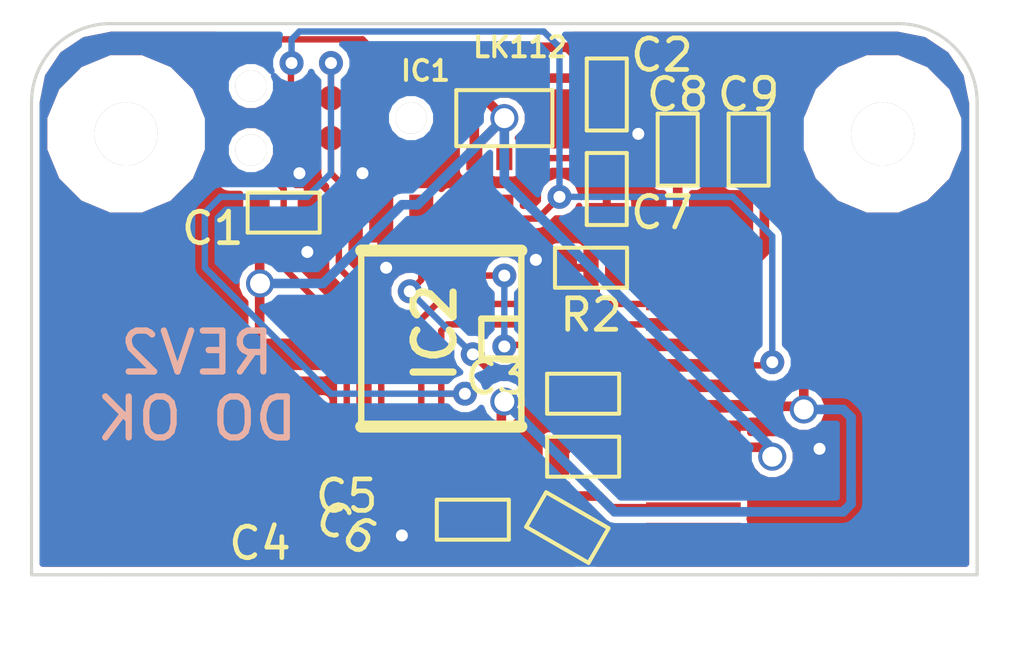
<source format=kicad_pcb>
(kicad_pcb (version 3) (host pcbnew "(2013-mar-13)-testing")

  (general
    (links 39)
    (no_connects 0)
    (area 99.949999 97.449999 130.050001 115.050001)
    (thickness 1.6)
    (drawings 15)
    (tracks 187)
    (zones 0)
    (modules 17)
    (nets 20)
  )

  (page A3)
  (layers
    (15 F.Cu signal)
    (0 B.Cu signal)
    (16 B.Adhes user)
    (17 F.Adhes user)
    (18 B.Paste user)
    (19 F.Paste user)
    (20 B.SilkS user)
    (21 F.SilkS user)
    (22 B.Mask user)
    (23 F.Mask user)
    (24 Dwgs.User user)
    (25 Cmts.User user)
    (26 Eco1.User user)
    (27 Eco2.User user)
    (28 Edge.Cuts user)
  )

  (setup
    (last_trace_width 0.2032)
    (trace_clearance 0.1524)
    (zone_clearance 0.2032)
    (zone_45_only no)
    (trace_min 0.1524)
    (segment_width 0.2)
    (edge_width 0.1)
    (via_size 0.762)
    (via_drill 0.381)
    (via_min_size 0.762)
    (via_min_drill 0.381)
    (uvia_size 0.508)
    (uvia_drill 0.127)
    (uvias_allowed no)
    (uvia_min_size 0.508)
    (uvia_min_drill 0.127)
    (pcb_text_width 0.3)
    (pcb_text_size 1.5 1.5)
    (mod_edge_width 0.15)
    (mod_text_size 1 1)
    (mod_text_width 0.15)
    (pad_size 1 3.5)
    (pad_drill 0)
    (pad_to_mask_clearance 0)
    (aux_axis_origin 0 0)
    (visible_elements FFFFFF7F)
    (pcbplotparams
      (layerselection 284196865)
      (usegerberextensions true)
      (excludeedgelayer true)
      (linewidth 152400)
      (plotframeref false)
      (viasonmask false)
      (mode 1)
      (useauxorigin false)
      (hpglpennumber 1)
      (hpglpenspeed 20)
      (hpglpendiameter 15)
      (hpglpenoverlay 2)
      (psnegative false)
      (psa4output false)
      (plotreference true)
      (plotvalue true)
      (plotothertext true)
      (plotinvisibletext false)
      (padsonsilk false)
      (subtractmaskfromsilk false)
      (outputformat 1)
      (mirror false)
      (drillshape 0)
      (scaleselection 1)
      (outputdirectory out))
  )

  (net 0 "")
  (net 1 /C1N)
  (net 2 /C1P)
  (net 3 /C2N)
  (net 4 /C2P)
  (net 5 /DO)
  (net 6 /IREF)
  (net 7 /MOSI)
  (net 8 /SCK)
  (net 9 /VBAT)
  (net 10 /VCOMH)
  (net 11 /VOLED)
  (net 12 /\OLED_CS)
  (net 13 /\OLED_DC)
  (net 14 /\RESET)
  (net 15 GND)
  (net 16 N-0000019)
  (net 17 N-000003)
  (net 18 N-000004)
  (net 19 VCC)

  (net_class Default "This is the default net class."
    (clearance 0.1524)
    (trace_width 0.2032)
    (via_dia 0.762)
    (via_drill 0.381)
    (uvia_dia 0.508)
    (uvia_drill 0.127)
    (add_net "")
    (add_net /DO)
    (add_net /MOSI)
    (add_net /SCK)
    (add_net /\OLED_CS)
    (add_net /\OLED_DC)
    (add_net /\RESET)
    (add_net GND)
    (add_net N-0000019)
    (add_net N-000003)
    (add_net N-000004)
  )

  (net_class power ""
    (clearance 0.2032)
    (trace_width 0.3048)
    (via_dia 0.889)
    (via_drill 0.635)
    (uvia_dia 0.508)
    (uvia_drill 0.127)
    (add_net /C1N)
    (add_net /C1P)
    (add_net /C2N)
    (add_net /C2P)
    (add_net /IREF)
    (add_net /VBAT)
    (add_net /VCOMH)
    (add_net /VOLED)
    (add_net VCC)
  )

  (module SM0603 (layer F.Cu) (tedit 517EFFB1) (tstamp 5184B6CE)
    (at 108 103.5)
    (path /517DCEF2)
    (attr smd)
    (fp_text reference C1 (at -2.25 0.5) (layer F.SilkS)
      (effects (font (size 1 1) (thickness 0.15)))
    )
    (fp_text value 1uF (at 0 0) (layer F.SilkS) hide
      (effects (font (size 0.508 0.4572) (thickness 0.1143)))
    )
    (fp_line (start -1.143 -0.635) (end 1.143 -0.635) (layer F.SilkS) (width 0.127))
    (fp_line (start 1.143 -0.635) (end 1.143 0.635) (layer F.SilkS) (width 0.127))
    (fp_line (start 1.143 0.635) (end -1.143 0.635) (layer F.SilkS) (width 0.127))
    (fp_line (start -1.143 0.635) (end -1.143 -0.635) (layer F.SilkS) (width 0.127))
    (pad 1 smd rect (at -0.762 0) (size 0.635 1.143)
      (layers F.Cu F.Paste F.Mask)
      (net 9 /VBAT)
    )
    (pad 2 smd rect (at 0.762 0) (size 0.635 1.143)
      (layers F.Cu F.Paste F.Mask)
      (net 15 GND)
    )
    (model smd\resistors\R0603.wrl
      (at (xyz 0 0 0.001))
      (scale (xyz 0.5 0.5 0.5))
      (rotate (xyz 0 0 0))
    )
  )

  (module SM0603 (layer F.Cu) (tedit 517EE33E) (tstamp 5184B6D8)
    (at 118.25 102.75 270)
    (path /517DB31C)
    (attr smd)
    (fp_text reference C2 (at -4.25 -1.75 540) (layer F.SilkS)
      (effects (font (size 1 1) (thickness 0.15)))
    )
    (fp_text value 0.1uF (at 0 0 270) (layer F.SilkS) hide
      (effects (font (size 0.508 0.4572) (thickness 0.1143)))
    )
    (fp_line (start -1.143 -0.635) (end 1.143 -0.635) (layer F.SilkS) (width 0.127))
    (fp_line (start 1.143 -0.635) (end 1.143 0.635) (layer F.SilkS) (width 0.127))
    (fp_line (start 1.143 0.635) (end -1.143 0.635) (layer F.SilkS) (width 0.127))
    (fp_line (start -1.143 0.635) (end -1.143 -0.635) (layer F.SilkS) (width 0.127))
    (pad 1 smd rect (at -0.762 0 270) (size 0.635 1.143)
      (layers F.Cu F.Paste F.Mask)
      (net 16 N-0000019)
    )
    (pad 2 smd rect (at 0.762 0 270) (size 0.635 1.143)
      (layers F.Cu F.Paste F.Mask)
      (net 15 GND)
    )
    (model smd\resistors\R0603.wrl
      (at (xyz 0 0 0.001))
      (scale (xyz 0.5 0.5 0.5))
      (rotate (xyz 0 0 0))
    )
  )

  (module SM0603 (layer F.Cu) (tedit 517F806B) (tstamp 5184B6E2)
    (at 117.5 109.25)
    (path /517E0542)
    (attr smd)
    (fp_text reference C3 (at -2.75 -0.5) (layer F.SilkS)
      (effects (font (size 1 1) (thickness 0.15)))
    )
    (fp_text value 0.1uF (at 0 0) (layer F.SilkS) hide
      (effects (font (size 0.508 0.4572) (thickness 0.1143)))
    )
    (fp_line (start -1.143 -0.635) (end 1.143 -0.635) (layer F.SilkS) (width 0.127))
    (fp_line (start 1.143 -0.635) (end 1.143 0.635) (layer F.SilkS) (width 0.127))
    (fp_line (start 1.143 0.635) (end -1.143 0.635) (layer F.SilkS) (width 0.127))
    (fp_line (start -1.143 0.635) (end -1.143 -0.635) (layer F.SilkS) (width 0.127))
    (pad 1 smd rect (at -0.762 0) (size 0.635 1.143)
      (layers F.Cu F.Paste F.Mask)
      (net 15 GND)
    )
    (pad 2 smd rect (at 0.762 0) (size 0.635 1.143)
      (layers F.Cu F.Paste F.Mask)
      (net 19 VCC)
    )
    (model smd\resistors\R0603.wrl
      (at (xyz 0 0 0.001))
      (scale (xyz 0.5 0.5 0.5))
      (rotate (xyz 0 0 0))
    )
  )

  (module SM0603 (layer F.Cu) (tedit 517EF18B) (tstamp 5184B6EC)
    (at 114 113.25 180)
    (path /518499A7)
    (attr smd)
    (fp_text reference C4 (at 6.75 -0.75 180) (layer F.SilkS)
      (effects (font (size 1 1) (thickness 0.15)))
    )
    (fp_text value 0.1uF (at 0 0 180) (layer F.SilkS) hide
      (effects (font (size 0.508 0.4572) (thickness 0.1143)))
    )
    (fp_line (start -1.143 -0.635) (end 1.143 -0.635) (layer F.SilkS) (width 0.127))
    (fp_line (start 1.143 -0.635) (end 1.143 0.635) (layer F.SilkS) (width 0.127))
    (fp_line (start 1.143 0.635) (end -1.143 0.635) (layer F.SilkS) (width 0.127))
    (fp_line (start -1.143 0.635) (end -1.143 -0.635) (layer F.SilkS) (width 0.127))
    (pad 1 smd rect (at -0.762 0 180) (size 0.635 1.143)
      (layers F.Cu F.Paste F.Mask)
      (net 19 VCC)
    )
    (pad 2 smd rect (at 0.762 0 180) (size 0.635 1.143)
      (layers F.Cu F.Paste F.Mask)
      (net 15 GND)
    )
    (model smd\resistors\R0603.wrl
      (at (xyz 0 0 0.001))
      (scale (xyz 0.5 0.5 0.5))
      (rotate (xyz 0 0 0))
    )
  )

  (module SOT23-5 (layer F.Cu) (tedit 517EFFB7) (tstamp 5184B73A)
    (at 115 100.5)
    (path /517DB29D)
    (attr smd)
    (fp_text reference IC1 (at -2.5 -1.5 180) (layer F.SilkS)
      (effects (font (size 0.635 0.635) (thickness 0.127)))
    )
    (fp_text value LK112 (at 0.5 -2.25) (layer F.SilkS)
      (effects (font (size 0.635 0.635) (thickness 0.127)))
    )
    (fp_line (start 1.524 -0.889) (end 1.524 0.889) (layer F.SilkS) (width 0.127))
    (fp_line (start 1.524 0.889) (end -1.524 0.889) (layer F.SilkS) (width 0.127))
    (fp_line (start -1.524 0.889) (end -1.524 -0.889) (layer F.SilkS) (width 0.127))
    (fp_line (start -1.524 -0.889) (end 1.524 -0.889) (layer F.SilkS) (width 0.127))
    (pad 1 smd rect (at -0.9525 1.27) (size 0.508 0.762)
      (layers F.Cu F.Paste F.Mask)
      (net 9 /VBAT)
    )
    (pad 3 smd rect (at 0.9525 1.27) (size 0.508 0.762)
      (layers F.Cu F.Paste F.Mask)
      (net 16 N-0000019)
    )
    (pad 5 smd rect (at -0.9525 -1.27) (size 0.508 0.762)
      (layers F.Cu F.Paste F.Mask)
      (net 9 /VBAT)
    )
    (pad 2 smd rect (at 0 1.27) (size 0.508 0.762)
      (layers F.Cu F.Paste F.Mask)
      (net 15 GND)
    )
    (pad 4 smd rect (at 0.9525 -1.27) (size 0.508 0.762)
      (layers F.Cu F.Paste F.Mask)
      (net 19 VCC)
    )
    (model smd/SOT23_5.wrl
      (at (xyz 0 0 0))
      (scale (xyz 0.1 0.1 0.1))
      (rotate (xyz 0 0 0))
    )
  )

  (module SOIC8-5.3MM (layer F.Cu) (tedit 513104C2) (tstamp 5184B74D)
    (at 113 107.5 180)
    (path /51849989)
    (attr smd)
    (fp_text reference IC2 (at 0.202 0.178 270) (layer F.SilkS)
      (effects (font (size 1.27 1.27) (thickness 0.2286)))
    )
    (fp_text value ATTINY85-S (at 0 6.5 180) (layer F.SilkS) hide
      (effects (font (size 1.016 1.016) (thickness 0.2032)))
    )
    (fp_line (start -2.54 2.794) (end 2.54 2.794) (layer F.SilkS) (width 0.381))
    (fp_line (start -2.54 -2.794) (end 2.54 -2.794) (layer F.SilkS) (width 0.381))
    (fp_line (start 2.54 -2.794) (end 2.54 2.794) (layer F.SilkS) (width 0.2032))
    (fp_line (start -2.54 -2.794) (end -2.54 2.794) (layer F.SilkS) (width 0.2032))
    (fp_line (start -2.54 -0.635) (end -1.27 -0.635) (layer F.SilkS) (width 0.2032))
    (fp_line (start -1.27 -0.635) (end -1.27 0.635) (layer F.SilkS) (width 0.2032))
    (fp_line (start -1.27 0.635) (end -2.54 0.635) (layer F.SilkS) (width 0.2032))
    (pad 1 smd rect (at -1.905 3.81 180) (size 0.762 1.524)
      (layers F.Cu F.Paste F.Mask)
      (net 14 /\RESET)
    )
    (pad 2 smd rect (at -0.635 3.81 180) (size 0.762 1.524)
      (layers F.Cu F.Paste F.Mask)
      (net 13 /\OLED_DC)
    )
    (pad 3 smd rect (at 0.635 3.81 180) (size 0.762 1.524)
      (layers F.Cu F.Paste F.Mask)
      (net 12 /\OLED_CS)
    )
    (pad 4 smd rect (at 1.905 3.81 180) (size 0.762 1.524)
      (layers F.Cu F.Paste F.Mask)
      (net 15 GND)
    )
    (pad 8 smd rect (at -1.905 -3.81 180) (size 0.762 1.524)
      (layers F.Cu F.Paste F.Mask)
      (net 19 VCC)
    )
    (pad 7 smd rect (at -0.635 -3.81 180) (size 0.762 1.524)
      (layers F.Cu F.Paste F.Mask)
      (net 8 /SCK)
    )
    (pad 6 smd rect (at 0.635 -3.81 180) (size 0.762 1.524)
      (layers F.Cu F.Paste F.Mask)
      (net 5 /DO)
    )
    (pad 5 smd rect (at 1.905 -3.81 180) (size 0.762 1.524)
      (layers F.Cu F.Paste F.Mask)
      (net 7 /MOSI)
    )
    (model smd/cms_soj24.wrl
      (at (xyz 0 0 0))
      (scale (xyz 0.5 0.6 0.5))
      (rotate (xyz 0 0 0))
    )
  )

  (module OLED-15 (layer F.Cu) (tedit 517F206E) (tstamp 5184B760)
    (at 121 109)
    (path /517DAEFB)
    (fp_text reference IC3 (at 0 -4) (layer F.SilkS) hide
      (effects (font (size 1 1) (thickness 0.15)))
    )
    (fp_text value OLED-SSD1306 (at 0 5.25) (layer F.SilkS) hide
      (effects (font (size 1 1) (thickness 0.15)))
    )
    (pad 1 smd rect (at 0 4.55) (size 3 0.4)
      (layers F.Cu F.Paste F.Mask)
      (net 4 /C2P)
      (clearance 0.125)
    )
    (pad 2 smd rect (at 0 3.9) (size 3 0.4)
      (layers F.Cu F.Paste F.Mask)
      (net 3 /C2N)
      (clearance 0.125)
    )
    (pad 3 smd rect (at 0 3.25) (size 3 0.4)
      (layers F.Cu F.Paste F.Mask)
      (net 2 /C1P)
      (clearance 0.125)
    )
    (pad 4 smd rect (at 0 2.6) (size 3 0.4)
      (layers F.Cu F.Paste F.Mask)
      (net 1 /C1N)
      (clearance 0.125)
    )
    (pad 5 smd rect (at 0 1.95) (size 3 0.4)
      (layers F.Cu F.Paste F.Mask)
      (net 9 /VBAT)
      (clearance 0.125)
    )
    (pad 6 smd rect (at 0 1.3) (size 3 0.4)
      (layers F.Cu F.Paste F.Mask)
      (net 15 GND)
      (clearance 0.125)
    )
    (pad 7 smd rect (at 0 0.65) (size 3 0.4)
      (layers F.Cu F.Paste F.Mask)
      (net 19 VCC)
      (clearance 0.125)
    )
    (pad 8 smd rect (at 0 0) (size 3 0.4)
      (layers F.Cu F.Paste F.Mask)
      (net 12 /\OLED_CS)
      (clearance 0.125)
    )
    (pad 9 smd rect (at 0 -0.65) (size 3 0.4)
      (layers F.Cu F.Paste F.Mask)
      (net 14 /\RESET)
      (clearance 0.125)
    )
    (pad 10 smd rect (at 0 -1.3) (size 3 0.4)
      (layers F.Cu F.Paste F.Mask)
      (net 13 /\OLED_DC)
      (clearance 0.125)
    )
    (pad 11 smd rect (at 0 -1.95) (size 3 0.4)
      (layers F.Cu F.Paste F.Mask)
      (net 8 /SCK)
      (clearance 0.125)
    )
    (pad 12 smd rect (at 0 -2.6) (size 3 0.4)
      (layers F.Cu F.Paste F.Mask)
      (net 5 /DO)
      (clearance 0.125)
    )
    (pad 13 smd rect (at 0 -3.25) (size 3 0.4)
      (layers F.Cu F.Paste F.Mask)
      (net 6 /IREF)
      (clearance 0.125)
    )
    (pad 14 smd rect (at 0 -3.9) (size 3 0.4)
      (layers F.Cu F.Paste F.Mask)
      (net 10 /VCOMH)
      (clearance 0.125)
    )
    (pad 15 smd rect (at 0 -4.55) (size 3 0.4)
      (layers F.Cu F.Paste F.Mask)
      (net 11 /VOLED)
      (clearance 0.125)
    )
  )

  (module TC2030-MCP-NL (layer F.Cu) (tedit 5186D55B) (tstamp 5184B76D)
    (at 109.5 100.5 180)
    (descr http://www.tag-connect.com/Materials/TC2030-MCP-NL%20PCB%20Footprint.pdf)
    (path /517DDD4A)
    (fp_text reference P1 (at 0 -4.064 180) (layer F.SilkS) hide
      (effects (font (thickness 0.3048)))
    )
    (fp_text value CONN_3X2 (at 0 3.048 180) (layer F.SilkS) hide
      (effects (font (thickness 0.3048)))
    )
    (pad 1 smd circle (at -1.27 0.635 180) (size 0.7874 0.7874)
      (layers F.Cu F.Paste F.Mask)
      (net 5 /DO)
      (clearance 0.25)
    )
    (pad 2 smd circle (at -1.27 -0.635 180) (size 0.7874 0.7874)
      (layers F.Cu F.Paste F.Mask)
      (net 19 VCC)
      (clearance 0.25)
    )
    (pad 3 smd circle (at 0 0.635 180) (size 0.7874 0.7874)
      (layers F.Cu F.Paste F.Mask)
      (net 8 /SCK)
      (clearance 0.25)
    )
    (pad 4 smd circle (at 0 -0.635 180) (size 0.7874 0.7874)
      (layers F.Cu F.Paste F.Mask)
      (net 7 /MOSI)
      (clearance 0.25)
    )
    (pad 5 smd circle (at 1.27 0.635 180) (size 0.7874 0.7874)
      (layers F.Cu F.Paste F.Mask)
      (net 14 /\RESET)
      (clearance 0.25)
    )
    (pad 6 smd circle (at 1.27 -0.635 180) (size 0.7874 0.7874)
      (layers F.Cu F.Paste F.Mask)
      (net 15 GND)
      (clearance 0.25)
    )
    (pad "" thru_hole circle (at -2.54 0 180) (size 0.9906 0.9906) (drill 0.9906)
      (layers *.Cu *.Mask F.SilkS)
    )
    (pad "" thru_hole circle (at 2.54 -1.016 180) (size 0.9906 0.9906) (drill 0.9906)
      (layers *.Cu *.Mask F.SilkS)
    )
    (pad "" thru_hole circle (at 2.54 1.016 180) (size 0.9906 0.9906) (drill 0.9906)
      (layers *.Cu *.Mask F.SilkS)
    )
  )

  (module M3HOLE (layer F.Cu) (tedit 5184E0EB) (tstamp 5184B77A)
    (at 103 101)
    (path /51839828)
    (fp_text reference P4 (at 0 4.0005) (layer F.SilkS) hide
      (effects (font (thickness 0.3048)))
    )
    (fp_text value CONN_1 (at 0 -4.0005) (layer F.SilkS) hide
      (effects (font (thickness 0.3048)))
    )
    (pad 1 thru_hole circle (at 0 0) (size 2 2) (drill 2)
      (layers *.Cu *.Mask F.SilkS)
      (net 17 N-000003)
      (clearance 1.5)
    )
  )

  (module M3HOLE (layer F.Cu) (tedit 5184D2BF) (tstamp 5184B77F)
    (at 127 101)
    (path /51839837)
    (fp_text reference P5 (at 0 4.0005) (layer F.SilkS) hide
      (effects (font (thickness 0.3048)))
    )
    (fp_text value CONN_1 (at 0 -4.0005) (layer F.SilkS) hide
      (effects (font (thickness 0.3048)))
    )
    (pad 1 thru_hole circle (at 0 0) (size 2 2) (drill 2)
      (layers *.Cu *.Mask F.SilkS)
      (net 18 N-000004)
      (clearance 1.5)
    )
  )

  (module SM0603 (layer F.Cu) (tedit 517EF161) (tstamp 5184B789)
    (at 117.75 105.25 180)
    (path /517E027D)
    (attr smd)
    (fp_text reference R2 (at 0 -1.5 180) (layer F.SilkS)
      (effects (font (size 1 1) (thickness 0.15)))
    )
    (fp_text value 390K (at 0 0 180) (layer F.SilkS) hide
      (effects (font (size 0.508 0.4572) (thickness 0.1143)))
    )
    (fp_line (start -1.143 -0.635) (end 1.143 -0.635) (layer F.SilkS) (width 0.127))
    (fp_line (start 1.143 -0.635) (end 1.143 0.635) (layer F.SilkS) (width 0.127))
    (fp_line (start 1.143 0.635) (end -1.143 0.635) (layer F.SilkS) (width 0.127))
    (fp_line (start -1.143 0.635) (end -1.143 -0.635) (layer F.SilkS) (width 0.127))
    (pad 1 smd rect (at -0.762 0 180) (size 0.635 1.143)
      (layers F.Cu F.Paste F.Mask)
      (net 6 /IREF)
    )
    (pad 2 smd rect (at 0.762 0 180) (size 0.635 1.143)
      (layers F.Cu F.Paste F.Mask)
      (net 15 GND)
    )
    (model smd\resistors\R0603.wrl
      (at (xyz 0 0 0.001))
      (scale (xyz 0.5 0.5 0.5))
      (rotate (xyz 0 0 0))
    )
  )

  (module SM0603 (layer F.Cu) (tedit 517EFFAB) (tstamp 51852944)
    (at 117.5 111.25 180)
    (path /517DC953)
    (attr smd)
    (fp_text reference C5 (at 7.5 -1.25 180) (layer F.SilkS)
      (effects (font (size 1 1) (thickness 0.15)))
    )
    (fp_text value 1uF (at 0 0 180) (layer F.SilkS) hide
      (effects (font (size 0.508 0.4572) (thickness 0.1143)))
    )
    (fp_line (start -1.143 -0.635) (end 1.143 -0.635) (layer F.SilkS) (width 0.127))
    (fp_line (start 1.143 -0.635) (end 1.143 0.635) (layer F.SilkS) (width 0.127))
    (fp_line (start 1.143 0.635) (end -1.143 0.635) (layer F.SilkS) (width 0.127))
    (fp_line (start -1.143 0.635) (end -1.143 -0.635) (layer F.SilkS) (width 0.127))
    (pad 1 smd rect (at -0.762 0 180) (size 0.635 1.143)
      (layers F.Cu F.Paste F.Mask)
      (net 2 /C1P)
    )
    (pad 2 smd rect (at 0.762 0 180) (size 0.635 1.143)
      (layers F.Cu F.Paste F.Mask)
      (net 1 /C1N)
    )
    (model smd\resistors\R0603.wrl
      (at (xyz 0 0 0.001))
      (scale (xyz 0.5 0.5 0.5))
      (rotate (xyz 0 0 0))
    )
  )

  (module SM0603 (layer F.Cu) (tedit 5181B027) (tstamp 517FE4A0)
    (at 117 113.5 330)
    (path /517DC962)
    (attr smd)
    (fp_text reference C6 (at -6.062178 3.5 330) (layer F.SilkS)
      (effects (font (size 1 1) (thickness 0.15)))
    )
    (fp_text value 1uF (at 0 0 330) (layer F.SilkS) hide
      (effects (font (size 0.508 0.4572) (thickness 0.1143)))
    )
    (fp_line (start -1.143 -0.635) (end 1.143 -0.635) (layer F.SilkS) (width 0.127))
    (fp_line (start 1.143 -0.635) (end 1.143 0.635) (layer F.SilkS) (width 0.127))
    (fp_line (start 1.143 0.635) (end -1.143 0.635) (layer F.SilkS) (width 0.127))
    (fp_line (start -1.143 0.635) (end -1.143 -0.635) (layer F.SilkS) (width 0.127))
    (pad 1 smd rect (at -0.762 0 330) (size 0.635 1.143)
      (layers F.Cu F.Paste F.Mask)
      (net 3 /C2N)
    )
    (pad 2 smd rect (at 0.762 0 330) (size 0.635 1.143)
      (layers F.Cu F.Paste F.Mask)
      (net 4 /C2P)
    )
    (model smd\resistors\R0603.wrl
      (at (xyz 0 0 0.001))
      (scale (xyz 0.5 0.5 0.5))
      (rotate (xyz 0 0 0))
    )
  )

  (module SM0603 (layer F.Cu) (tedit 517EF15A) (tstamp 51852956)
    (at 118.25 99.75 270)
    (path /517DCF99)
    (attr smd)
    (fp_text reference C7 (at 3.75 -1.75 360) (layer F.SilkS)
      (effects (font (size 1 1) (thickness 0.15)))
    )
    (fp_text value 2.2uF (at 0 0 270) (layer F.SilkS) hide
      (effects (font (size 0.508 0.4572) (thickness 0.1143)))
    )
    (fp_line (start -1.143 -0.635) (end 1.143 -0.635) (layer F.SilkS) (width 0.127))
    (fp_line (start 1.143 -0.635) (end 1.143 0.635) (layer F.SilkS) (width 0.127))
    (fp_line (start 1.143 0.635) (end -1.143 0.635) (layer F.SilkS) (width 0.127))
    (fp_line (start -1.143 0.635) (end -1.143 -0.635) (layer F.SilkS) (width 0.127))
    (pad 1 smd rect (at -0.762 0 270) (size 0.635 1.143)
      (layers F.Cu F.Paste F.Mask)
      (net 19 VCC)
    )
    (pad 2 smd rect (at 0.762 0 270) (size 0.635 1.143)
      (layers F.Cu F.Paste F.Mask)
      (net 15 GND)
    )
    (model smd\resistors\R0603.wrl
      (at (xyz 0 0 0.001))
      (scale (xyz 0.5 0.5 0.5))
      (rotate (xyz 0 0 0))
    )
  )

  (module SM0603 (layer F.Cu) (tedit 517EE341) (tstamp 5185295F)
    (at 120.5 101.5 90)
    (path /517DBB70)
    (attr smd)
    (fp_text reference C8 (at 1.75 0 180) (layer F.SilkS)
      (effects (font (size 1 1) (thickness 0.15)))
    )
    (fp_text value 2.2uF (at 0 0 90) (layer F.SilkS) hide
      (effects (font (size 0.508 0.4572) (thickness 0.1143)))
    )
    (fp_line (start -1.143 -0.635) (end 1.143 -0.635) (layer F.SilkS) (width 0.127))
    (fp_line (start 1.143 -0.635) (end 1.143 0.635) (layer F.SilkS) (width 0.127))
    (fp_line (start 1.143 0.635) (end -1.143 0.635) (layer F.SilkS) (width 0.127))
    (fp_line (start -1.143 0.635) (end -1.143 -0.635) (layer F.SilkS) (width 0.127))
    (pad 1 smd rect (at -0.762 0 90) (size 0.635 1.143)
      (layers F.Cu F.Paste F.Mask)
      (net 11 /VOLED)
    )
    (pad 2 smd rect (at 0.762 0 90) (size 0.635 1.143)
      (layers F.Cu F.Paste F.Mask)
      (net 15 GND)
    )
    (model smd\resistors\R0603.wrl
      (at (xyz 0 0 0.001))
      (scale (xyz 0.5 0.5 0.5))
      (rotate (xyz 0 0 0))
    )
  )

  (module SM0603 (layer F.Cu) (tedit 517EF154) (tstamp 51852968)
    (at 122.75 101.5 90)
    (path /517E037B)
    (attr smd)
    (fp_text reference C9 (at 1.75 0 360) (layer F.SilkS)
      (effects (font (size 1 1) (thickness 0.15)))
    )
    (fp_text value 2.2uF (at 0 0 90) (layer F.SilkS) hide
      (effects (font (size 0.508 0.4572) (thickness 0.1143)))
    )
    (fp_line (start -1.143 -0.635) (end 1.143 -0.635) (layer F.SilkS) (width 0.127))
    (fp_line (start 1.143 -0.635) (end 1.143 0.635) (layer F.SilkS) (width 0.127))
    (fp_line (start 1.143 0.635) (end -1.143 0.635) (layer F.SilkS) (width 0.127))
    (fp_line (start -1.143 0.635) (end -1.143 -0.635) (layer F.SilkS) (width 0.127))
    (pad 1 smd rect (at -0.762 0 90) (size 0.635 1.143)
      (layers F.Cu F.Paste F.Mask)
      (net 10 /VCOMH)
    )
    (pad 2 smd rect (at 0.762 0 90) (size 0.635 1.143)
      (layers F.Cu F.Paste F.Mask)
      (net 15 GND)
    )
    (model smd\resistors\R0603.wrl
      (at (xyz 0 0 0.001))
      (scale (xyz 0.5 0.5 0.5))
      (rotate (xyz 0 0 0))
    )
  )

  (module JST-PH-2 (layer F.Cu) (tedit 5181A20A) (tstamp 5181A6E4)
    (at 107.5 109 90)
    (path /51833432)
    (fp_text reference P3 (at 0 -8 90) (layer F.SilkS) hide
      (effects (font (size 1 1) (thickness 0.15)))
    )
    (fp_text value CONN_2 (at 0 3 90) (layer F.SilkS) hide
      (effects (font (size 1 1) (thickness 0.15)))
    )
    (pad 2 smd rect (at -1 0 90) (size 1 3.5)
      (layers F.Cu F.Paste F.Mask)
      (net 15 GND)
    )
    (pad 1 smd rect (at 1 0 90) (size 1 3.5)
      (layers F.Cu F.Paste F.Mask)
      (net 9 /VBAT)
    )
    (pad 3 smd rect (at -3.35 -5.05 90) (size 1.6 3.4)
      (layers F.Cu F.Paste F.Mask)
    )
    (pad 3 smd rect (at 3.35 -5.05 90) (size 1.6 3.4)
      (layers F.Cu F.Paste F.Mask)
    )
  )

  (gr_text "REV2\nDO OK" (at 105.25 109) (layer B.SilkS)
    (effects (font (size 1.3 1.3) (thickness 0.2)) (justify mirror))
  )
  (gr_arc (start 102.5 100) (end 100 100) (angle 90) (layer Edge.Cuts) (width 0.1))
  (gr_line (start 100 100) (end 100 100.5) (angle 90) (layer Edge.Cuts) (width 0.1))
  (gr_line (start 130 100) (end 130 100.5) (angle 90) (layer Edge.Cuts) (width 0.1))
  (gr_line (start 130 100.5) (end 130 102.5) (angle 90) (layer Edge.Cuts) (width 0.1))
  (gr_line (start 100 100.5) (end 100 102.5) (angle 90) (layer Edge.Cuts) (width 0.1))
  (gr_arc (start 127.5 100) (end 127.5 97.5) (angle 90) (layer Edge.Cuts) (width 0.1))
  (gr_line (start 100 115) (end 100 112.5) (angle 90) (layer Edge.Cuts) (width 0.1))
  (gr_line (start 102.5 115) (end 100 115) (angle 90) (layer Edge.Cuts) (width 0.1))
  (gr_line (start 130 115) (end 130 102.5) (angle 90) (layer Edge.Cuts) (width 0.1))
  (gr_line (start 127.5 115) (end 130 115) (angle 90) (layer Edge.Cuts) (width 0.1))
  (gr_line (start 127.5 115) (end 125 115) (angle 90) (layer Edge.Cuts) (width 0.1))
  (gr_line (start 102.5 115) (end 125 115) (angle 90) (layer Edge.Cuts) (width 0.1))
  (gr_line (start 100 102.5) (end 100 112.5) (angle 90) (layer Edge.Cuts) (width 0.1))
  (gr_line (start 102.5 97.5) (end 127.5 97.5) (angle 90) (layer Edge.Cuts) (width 0.1))

  (segment (start 121 111.6) (end 119.35 111.6) (width 0.3048) (layer F.Cu) (net 1))
  (segment (start 117.738 110.25) (end 116.738 111.25) (width 0.3048) (layer F.Cu) (net 1) (tstamp 517FB9AC))
  (segment (start 118.75 110.25) (end 117.738 110.25) (width 0.3048) (layer F.Cu) (net 1) (tstamp 517FB9AA))
  (segment (start 119 110.5) (end 118.75 110.25) (width 0.3048) (layer F.Cu) (net 1) (tstamp 517FB9A9))
  (segment (start 119 111.25) (end 119 110.5) (width 0.3048) (layer F.Cu) (net 1) (tstamp 517FB9A8))
  (segment (start 119.35 111.6) (end 119 111.25) (width 0.3048) (layer F.Cu) (net 1) (tstamp 517FB9A7))
  (segment (start 121 112.25) (end 118.5 112.25) (width 0.3048) (layer F.Cu) (net 2))
  (segment (start 118.262 112.012) (end 118.262 111.25) (width 0.3048) (layer F.Cu) (net 2) (tstamp 517FB99C))
  (segment (start 118.5 112.25) (end 118.262 112.012) (width 0.3048) (layer F.Cu) (net 2) (tstamp 517FB99A))
  (segment (start 121 112.9) (end 118.4 112.9) (width 0.3048) (layer F.Cu) (net 3))
  (segment (start 116.631 113.119) (end 116.340089 113.119) (width 0.3048) (layer F.Cu) (net 3) (tstamp 517FF2B9))
  (segment (start 117.25 112.5) (end 116.631 113.119) (width 0.3048) (layer F.Cu) (net 3) (tstamp 517FF2B8))
  (segment (start 118 112.5) (end 117.25 112.5) (width 0.3048) (layer F.Cu) (net 3) (tstamp 517FF2B7))
  (segment (start 118.4 112.9) (end 118 112.5) (width 0.3048) (layer F.Cu) (net 3) (tstamp 517FF2B6))
  (segment (start 117.659911 113.881) (end 120.669 113.881) (width 0.3048) (layer F.Cu) (net 4))
  (segment (start 120.669 113.881) (end 121 113.55) (width 0.3048) (layer F.Cu) (net 4) (tstamp 517FF2BC))
  (segment (start 112.365 111.31) (end 112.365 106.885) (width 0.2032) (layer F.Cu) (net 5))
  (segment (start 112.85 106.4) (end 121 106.4) (width 0.2032) (layer F.Cu) (net 5) (tstamp 517F5592))
  (segment (start 112.365 106.885) (end 112.85 106.4) (width 0.2032) (layer F.Cu) (net 5) (tstamp 517F558F))
  (segment (start 112.365 111.31) (end 112.365 112.385) (width 0.2032) (layer F.Cu) (net 5))
  (segment (start 110.77 98.27) (end 110.77 99.865) (width 0.2032) (layer F.Cu) (net 5) (tstamp 51868DF7))
  (segment (start 110.5 98) (end 110.77 98.27) (width 0.2032) (layer F.Cu) (net 5) (tstamp 51868DF6))
  (segment (start 106.25 98) (end 110.5 98) (width 0.2032) (layer F.Cu) (net 5) (tstamp 51868DF4))
  (segment (start 106 98.25) (end 106.25 98) (width 0.2032) (layer F.Cu) (net 5) (tstamp 51868DF3))
  (segment (start 106 102.25) (end 106 98.25) (width 0.2032) (layer F.Cu) (net 5) (tstamp 51868DF2))
  (segment (start 106.25 102.5) (end 106 102.25) (width 0.2032) (layer F.Cu) (net 5) (tstamp 51868DF0))
  (segment (start 107.75 102.5) (end 106.25 102.5) (width 0.2032) (layer F.Cu) (net 5) (tstamp 51868DEF))
  (segment (start 108 102.75) (end 107.75 102.5) (width 0.2032) (layer F.Cu) (net 5) (tstamp 51868DEE))
  (segment (start 108 105.25) (end 108 102.75) (width 0.2032) (layer F.Cu) (net 5) (tstamp 51868DEC))
  (segment (start 110 107.25) (end 108 105.25) (width 0.2032) (layer F.Cu) (net 5) (tstamp 51868DE8))
  (segment (start 110 112.5) (end 110 107.25) (width 0.2032) (layer F.Cu) (net 5) (tstamp 51868DE6))
  (segment (start 110.25 112.75) (end 110 112.5) (width 0.2032) (layer F.Cu) (net 5) (tstamp 51868DE4))
  (segment (start 112 112.75) (end 110.25 112.75) (width 0.2032) (layer F.Cu) (net 5) (tstamp 51868DE3))
  (segment (start 112.365 112.385) (end 112 112.75) (width 0.2032) (layer F.Cu) (net 5) (tstamp 51868DDE))
  (segment (start 121 105.75) (end 119.012 105.75) (width 0.3048) (layer F.Cu) (net 6))
  (segment (start 119.012 105.75) (end 118.512 105.25) (width 0.3048) (layer F.Cu) (net 6) (tstamp 517FF2DF))
  (segment (start 111.095 111.31) (end 111.095 106.595) (width 0.2032) (layer F.Cu) (net 7))
  (segment (start 109.5 102.25) (end 109.5 101.135) (width 0.2032) (layer F.Cu) (net 7) (tstamp 517EC671))
  (segment (start 109.75 102.5) (end 109.5 102.25) (width 0.2032) (layer F.Cu) (net 7) (tstamp 517EB8F8))
  (segment (start 109.75 105.25) (end 109.75 102.5) (width 0.2032) (layer F.Cu) (net 7) (tstamp 517EB8F6))
  (segment (start 111.095 106.595) (end 109.75 105.25) (width 0.2032) (layer F.Cu) (net 7) (tstamp 517EB8F4))
  (segment (start 113 109.25) (end 113.75 109.25) (width 0.2032) (layer F.Cu) (net 8))
  (segment (start 109.5 98.75) (end 109.5 99.865) (width 0.2032) (layer F.Cu) (net 8) (tstamp 517F9CE9))
  (via (at 109.5 98.75) (size 0.762) (layers F.Cu B.Cu) (net 8))
  (segment (start 109.5 102.25) (end 109.5 98.75) (width 0.2032) (layer B.Cu) (net 8) (tstamp 517F9CE6))
  (segment (start 108.75 103) (end 109.5 102.25) (width 0.2032) (layer B.Cu) (net 8) (tstamp 517F9CE5))
  (segment (start 106 103) (end 108.75 103) (width 0.2032) (layer B.Cu) (net 8) (tstamp 517F9CE3))
  (segment (start 105.5 103.5) (end 106 103) (width 0.2032) (layer B.Cu) (net 8) (tstamp 517F8ECC))
  (segment (start 105.5 105.25) (end 105.5 103.5) (width 0.2032) (layer B.Cu) (net 8) (tstamp 517F8EC8))
  (segment (start 109.5 109.25) (end 105.5 105.25) (width 0.2032) (layer B.Cu) (net 8) (tstamp 517F8EC7))
  (segment (start 113.75 109.25) (end 109.5 109.25) (width 0.2032) (layer B.Cu) (net 8) (tstamp 517F8EC6))
  (via (at 113.75 109.25) (size 0.762) (layers F.Cu B.Cu) (net 8))
  (segment (start 113.635 111.31) (end 113.635 110.635) (width 0.2032) (layer F.Cu) (net 8))
  (segment (start 113.2 107.05) (end 121 107.05) (width 0.2032) (layer F.Cu) (net 8) (tstamp 517F7204))
  (segment (start 113 107.25) (end 113.2 107.05) (width 0.2032) (layer F.Cu) (net 8) (tstamp 517F7203))
  (segment (start 113 110) (end 113 109.25) (width 0.2032) (layer F.Cu) (net 8) (tstamp 517F7200))
  (segment (start 113 109.25) (end 113 107.25) (width 0.2032) (layer F.Cu) (net 8) (tstamp 517F8EC2))
  (segment (start 113.635 110.635) (end 113 110) (width 0.2032) (layer F.Cu) (net 8) (tstamp 517F63EE))
  (segment (start 121 110.95) (end 123.2 110.95) (width 0.3048) (layer F.Cu) (net 9))
  (segment (start 115 102.5) (end 115 100.5) (width 0.3048) (layer B.Cu) (net 9) (tstamp 51858CA8))
  (segment (start 123.5 111) (end 115 102.5) (width 0.3048) (layer B.Cu) (net 9) (tstamp 51858CA7))
  (segment (start 123.5 111.25) (end 123.5 111) (width 0.3048) (layer B.Cu) (net 9) (tstamp 51801DAC))
  (via (at 123.5 111.25) (size 0.889) (layers F.Cu B.Cu) (net 9))
  (segment (start 123.2 110.95) (end 123.5 111.25) (width 0.3048) (layer F.Cu) (net 9) (tstamp 51801DA8))
  (segment (start 115 100.5) (end 112.25 103.25) (width 0.3048) (layer B.Cu) (net 9) (tstamp 51857E34))
  (segment (start 114.0475 99.23) (end 114.0475 99.5475) (width 0.3048) (layer F.Cu) (net 9))
  (segment (start 114.0475 99.5475) (end 115 100.5) (width 0.3048) (layer F.Cu) (net 9) (tstamp 518662F1))
  (segment (start 114.0475 101.77) (end 114.0475 99.23) (width 0.3048) (layer F.Cu) (net 9))
  (segment (start 123.45 110.95) (end 123.5 111) (width 0.3048) (layer F.Cu) (net 9) (tstamp 51858CA3))
  (segment (start 114.0475 101.4525) (end 114.0475 101.77) (width 0.3048) (layer F.Cu) (net 9) (tstamp 51857E3C))
  (segment (start 115 100.5) (end 114.0475 101.4525) (width 0.3048) (layer F.Cu) (net 9) (tstamp 51857E3B))
  (via (at 115 100.5) (size 0.889) (layers F.Cu B.Cu) (net 9))
  (segment (start 107.238 103.5) (end 107.238 105.75) (width 0.3048) (layer F.Cu) (net 9))
  (segment (start 112.25 103.25) (end 111.75 103.25) (width 0.3048) (layer B.Cu) (net 9))
  (via (at 107.25 105.75) (size 0.889) (layers F.Cu B.Cu) (net 9))
  (segment (start 109.25 105.75) (end 107.25 105.75) (width 0.3048) (layer B.Cu) (net 9) (tstamp 5186AAA3))
  (segment (start 111.75 103.25) (end 109.25 105.75) (width 0.3048) (layer B.Cu) (net 9) (tstamp 5186AA9F))
  (segment (start 107.25 105.75) (end 107.238 105.75) (width 0.3048) (layer F.Cu) (net 9) (tstamp 5186B8B9))
  (segment (start 107.238 105.75) (end 107.25 105.75) (width 0.3048) (layer F.Cu) (net 9) (tstamp 5186B8BA))
  (segment (start 107.25 105.75) (end 107.238 105.75) (width 0.3048) (layer F.Cu) (net 9) (tstamp 5186B8BC))
  (segment (start 107.238 105.75) (end 107.238 107.738) (width 0.3048) (layer F.Cu) (net 9) (tstamp 5186B8BD))
  (segment (start 107.238 107.738) (end 107.5 108) (width 0.3048) (layer F.Cu) (net 9) (tstamp 51857019))
  (segment (start 121 105.1) (end 122.9 105.1) (width 0.3048) (layer F.Cu) (net 10))
  (segment (start 123.25 102.762) (end 122.75 102.262) (width 0.3048) (layer F.Cu) (net 10) (tstamp 5185E25A))
  (segment (start 123.25 104.75) (end 123.25 102.762) (width 0.3048) (layer F.Cu) (net 10) (tstamp 5185E259))
  (segment (start 122.9 105.1) (end 123.25 104.75) (width 0.3048) (layer F.Cu) (net 10) (tstamp 5185E257))
  (segment (start 120.5 102.262) (end 120.5 103.95) (width 0.3048) (layer F.Cu) (net 11))
  (segment (start 120.5 103.95) (end 121 104.45) (width 0.3048) (layer F.Cu) (net 11) (tstamp 5185E24B))
  (segment (start 121 109) (end 119.25 109) (width 0.2032) (layer F.Cu) (net 12))
  (segment (start 112.365 105.635) (end 112.365 103.69) (width 0.2032) (layer F.Cu) (net 12) (tstamp 517FB982))
  (segment (start 112 106) (end 112.365 105.635) (width 0.2032) (layer F.Cu) (net 12) (tstamp 517FB981))
  (via (at 112 106) (size 0.762) (layers F.Cu B.Cu) (net 12))
  (segment (start 114 108) (end 112 106) (width 0.2032) (layer B.Cu) (net 12) (tstamp 517FB97C))
  (via (at 114 108) (size 0.762) (layers F.Cu B.Cu) (net 12))
  (segment (start 114.5 108.5) (end 114 108) (width 0.2032) (layer F.Cu) (net 12) (tstamp 517FAB7C))
  (segment (start 115.5 108.5) (end 114.5 108.5) (width 0.2032) (layer F.Cu) (net 12) (tstamp 517FAB7B))
  (segment (start 115.75 108.25) (end 115.5 108.5) (width 0.2032) (layer F.Cu) (net 12) (tstamp 517FAB7A))
  (segment (start 118.75 108.25) (end 115.75 108.25) (width 0.2032) (layer F.Cu) (net 12) (tstamp 517FAB79))
  (segment (start 119 108.5) (end 118.75 108.25) (width 0.2032) (layer F.Cu) (net 12) (tstamp 517FAB78))
  (segment (start 119 108.75) (end 119 108.5) (width 0.2032) (layer F.Cu) (net 12) (tstamp 517FAB77))
  (segment (start 119.25 109) (end 119 108.75) (width 0.2032) (layer F.Cu) (net 12) (tstamp 517FAB76))
  (segment (start 121 107.7) (end 115.05 107.7) (width 0.2032) (layer F.Cu) (net 13))
  (segment (start 113.635 105.385) (end 113.635 103.69) (width 0.2032) (layer F.Cu) (net 13) (tstamp 517F8EA7))
  (segment (start 113.75 105.5) (end 113.635 105.385) (width 0.2032) (layer F.Cu) (net 13) (tstamp 517F8EA6))
  (segment (start 115 105.5) (end 113.75 105.5) (width 0.2032) (layer F.Cu) (net 13) (tstamp 517F8EA5))
  (via (at 115 105.5) (size 0.762) (layers F.Cu B.Cu) (net 13))
  (segment (start 115 107.75) (end 115 105.5) (width 0.2032) (layer B.Cu) (net 13) (tstamp 517F8EA2))
  (via (at 115 107.75) (size 0.762) (layers F.Cu B.Cu) (net 13))
  (segment (start 115.05 107.7) (end 115 107.75) (width 0.2032) (layer F.Cu) (net 13) (tstamp 517F8E9E))
  (segment (start 108.23 99.865) (end 108.23 98.77) (width 0.2032) (layer F.Cu) (net 14))
  (segment (start 116.75 98.25) (end 116.75 103) (width 0.2032) (layer B.Cu) (net 14) (tstamp 51868DD4))
  (segment (start 116.25 97.75) (end 116.75 98.25) (width 0.2032) (layer B.Cu) (net 14) (tstamp 51867FBE))
  (segment (start 108.5 97.75) (end 116.25 97.75) (width 0.2032) (layer B.Cu) (net 14) (tstamp 51867FBC))
  (segment (start 108.25 98) (end 108.5 97.75) (width 0.2032) (layer B.Cu) (net 14) (tstamp 51867FBA))
  (segment (start 108.25 98.75) (end 108.25 98) (width 0.2032) (layer B.Cu) (net 14) (tstamp 51867FB9))
  (via (at 108.25 98.75) (size 0.762) (layers F.Cu B.Cu) (net 14))
  (segment (start 108.23 98.77) (end 108.25 98.75) (width 0.2032) (layer F.Cu) (net 14) (tstamp 51867FB7))
  (segment (start 114.905 103.69) (end 116.06 103.69) (width 0.2032) (layer F.Cu) (net 14))
  (segment (start 123.4 108.35) (end 121 108.35) (width 0.2032) (layer F.Cu) (net 14) (tstamp 5185F09E))
  (segment (start 123.5 108.25) (end 123.4 108.35) (width 0.2032) (layer F.Cu) (net 14) (tstamp 5185F09D))
  (via (at 123.5 108.25) (size 0.762) (layers F.Cu B.Cu) (net 14))
  (segment (start 123.5 104.25) (end 123.5 108.25) (width 0.2032) (layer B.Cu) (net 14) (tstamp 5185F095))
  (segment (start 122.25 103) (end 123.5 104.25) (width 0.2032) (layer B.Cu) (net 14) (tstamp 5185F093))
  (segment (start 116.75 103) (end 122.25 103) (width 0.2032) (layer B.Cu) (net 14) (tstamp 5185F092))
  (via (at 116.75 103) (size 0.762) (layers F.Cu B.Cu) (net 14))
  (segment (start 116.06 103.69) (end 116.75 103) (width 0.2032) (layer F.Cu) (net 14) (tstamp 5185F090))
  (segment (start 113.238 113.25) (end 112.25 113.25) (width 0.2032) (layer F.Cu) (net 15))
  (via (at 111.75 113.75) (size 0.762) (layers F.Cu B.Cu) (net 15))
  (segment (start 112.25 113.25) (end 111.75 113.75) (width 0.2032) (layer F.Cu) (net 15) (tstamp 51802C11))
  (segment (start 121 110.3) (end 123.8 110.3) (width 0.2032) (layer F.Cu) (net 15))
  (via (at 125 111) (size 0.762) (layers F.Cu B.Cu) (net 15))
  (segment (start 124.5 111) (end 125 111) (width 0.2032) (layer F.Cu) (net 15) (tstamp 51801DA3))
  (segment (start 123.8 110.3) (end 124.5 111) (width 0.2032) (layer F.Cu) (net 15) (tstamp 51801DA1))
  (segment (start 111.095 103.69) (end 111.095 105.095) (width 0.2032) (layer F.Cu) (net 15))
  (via (at 111.25 105.25) (size 0.762) (layers F.Cu B.Cu) (net 15))
  (segment (start 111.095 105.095) (end 111.25 105.25) (width 0.2032) (layer F.Cu) (net 15) (tstamp 5180011A))
  (segment (start 116.988 105.25) (end 116.25 105.25) (width 0.2032) (layer F.Cu) (net 15))
  (via (at 116 105) (size 0.762) (layers F.Cu B.Cu) (net 15))
  (segment (start 116.25 105.25) (end 116 105) (width 0.2032) (layer F.Cu) (net 15) (tstamp 517FF2DA))
  (segment (start 118.25 100.512) (end 118.762 100.512) (width 0.2032) (layer F.Cu) (net 15))
  (via (at 119.25 101) (size 0.762) (layers F.Cu B.Cu) (net 15))
  (segment (start 118.762 100.512) (end 119.25 101) (width 0.2032) (layer F.Cu) (net 15) (tstamp 517FD614))
  (segment (start 108.23 101.135) (end 108.23 101.98) (width 0.2032) (layer F.Cu) (net 15))
  (via (at 108.5 102.25) (size 0.762) (layers F.Cu B.Cu) (net 15))
  (segment (start 108.23 101.98) (end 108.5 102.25) (width 0.2032) (layer F.Cu) (net 15) (tstamp 517FC7FB))
  (segment (start 111.095 103.69) (end 111.095 102.845) (width 0.2032) (layer F.Cu) (net 15))
  (via (at 110.5 102.25) (size 0.762) (layers F.Cu B.Cu) (net 15))
  (segment (start 111.095 102.845) (end 110.5 102.25) (width 0.2032) (layer F.Cu) (net 15) (tstamp 51869C52))
  (segment (start 108.762 103.5) (end 108.762 104.738) (width 0.2032) (layer F.Cu) (net 15))
  (via (at 108.75 104.75) (size 0.762) (layers F.Cu B.Cu) (net 15))
  (segment (start 108.762 104.738) (end 108.75 104.75) (width 0.2032) (layer F.Cu) (net 15) (tstamp 51869C4C))
  (segment (start 115.9525 101.77) (end 118.032 101.77) (width 0.2032) (layer F.Cu) (net 16))
  (segment (start 118.032 101.77) (end 118.25 101.988) (width 0.2032) (layer F.Cu) (net 16) (tstamp 5185F08D))
  (segment (start 123.5 113) (end 125.75 113) (width 0.3048) (layer B.Cu) (net 19))
  (segment (start 118.5 113) (end 123.5 113) (width 0.3048) (layer B.Cu) (net 19) (tstamp 51801DC4))
  (segment (start 114.905 109.595) (end 115 109.5) (width 0.3048) (layer F.Cu) (net 19) (tstamp 5185F0B7))
  (via (at 115 109.5) (size 0.889) (layers F.Cu B.Cu) (net 19))
  (segment (start 115 109.5) (end 117.75 112.25) (width 0.3048) (layer B.Cu) (net 19) (tstamp 5185F0BB))
  (via (at 124.5 109.75) (size 0.889) (layers F.Cu B.Cu) (net 19))
  (segment (start 114.905 111.31) (end 114.905 109.595) (width 0.3048) (layer F.Cu) (net 19))
  (segment (start 125.75 109.75) (end 124.5 109.75) (width 0.3048) (layer B.Cu) (net 19) (tstamp 51800F6E))
  (segment (start 126 110) (end 125.75 109.75) (width 0.3048) (layer B.Cu) (net 19) (tstamp 51800F6D))
  (segment (start 126 112) (end 126 110) (width 0.3048) (layer B.Cu) (net 19) (tstamp 51800F6C))
  (segment (start 117.75 112.25) (end 118.5 113) (width 0.3048) (layer B.Cu) (net 19))
  (segment (start 126 112.75) (end 126 112) (width 0.3048) (layer B.Cu) (net 19) (tstamp 51802BF5))
  (segment (start 125.75 113) (end 126 112.75) (width 0.3048) (layer B.Cu) (net 19) (tstamp 51802BF4))
  (segment (start 121 109.65) (end 118.662 109.65) (width 0.3048) (layer F.Cu) (net 19))
  (segment (start 118.662 109.65) (end 118.262 109.25) (width 0.3048) (layer F.Cu) (net 19) (tstamp 517FAB73))
  (segment (start 114.762 113.25) (end 114.762 111.453) (width 0.3048) (layer F.Cu) (net 19))
  (segment (start 114.762 111.453) (end 114.905 111.31) (width 0.3048) (layer F.Cu) (net 19) (tstamp 517F3908))
  (segment (start 124.5 109.75) (end 124.5 103) (width 0.3048) (layer F.Cu) (net 19))
  (segment (start 123.738 98.988) (end 118.25 98.988) (width 0.3048) (layer F.Cu) (net 19) (tstamp 5186715A))
  (segment (start 124 99.25) (end 123.738 98.988) (width 0.3048) (layer F.Cu) (net 19) (tstamp 51867158))
  (segment (start 124 102.5) (end 124 99.25) (width 0.3048) (layer F.Cu) (net 19) (tstamp 51867157))
  (segment (start 124.5 103) (end 124 102.5) (width 0.3048) (layer F.Cu) (net 19) (tstamp 5186714E))
  (segment (start 110.77 101.135) (end 110.885 101.135) (width 0.3048) (layer F.Cu) (net 19))
  (segment (start 110.885 101.135) (end 111.5 101.75) (width 0.3048) (layer F.Cu) (net 19) (tstamp 518662F4))
  (segment (start 111.5 101.75) (end 112.5 101.75) (width 0.3048) (layer F.Cu) (net 19) (tstamp 518662F6))
  (segment (start 112.5 101.75) (end 113.25 101) (width 0.3048) (layer F.Cu) (net 19) (tstamp 518662F8))
  (segment (start 113.25 101) (end 113.25 98.25) (width 0.3048) (layer F.Cu) (net 19) (tstamp 518662F9))
  (segment (start 113.25 98.25) (end 117 98.25) (width 0.3048) (layer F.Cu) (net 19) (tstamp 518662FC))
  (segment (start 117 98.25) (end 117.738 98.988) (width 0.3048) (layer F.Cu) (net 19) (tstamp 518662FE))
  (segment (start 117.738 98.988) (end 118.25 98.988) (width 0.3048) (layer F.Cu) (net 19) (tstamp 51866302))
  (segment (start 124.4 109.65) (end 121 109.65) (width 0.3048) (layer F.Cu) (net 19) (tstamp 5185F0C8))
  (segment (start 124.5 109.75) (end 124.4 109.65) (width 0.3048) (layer F.Cu) (net 19) (tstamp 5185F0C7))
  (segment (start 115.9525 99.23) (end 118.008 99.23) (width 0.3048) (layer F.Cu) (net 19))
  (segment (start 118.008 99.23) (end 118.25 98.988) (width 0.3048) (layer F.Cu) (net 19) (tstamp 5185E28B))

  (zone (net 15) (net_name GND) (layer F.Cu) (tstamp 51855387) (hatch edge 0.508)
    (connect_pads (clearance 0.2032))
    (min_thickness 0.2032)
    (fill (arc_segments 16) (thermal_gap 0.2032) (thermal_bridge_width 0.254))
    (polygon
      (pts
        (xy 131.5 117.5) (xy 99 117.5) (xy 99 96.75) (xy 131.5 96.75)
      )
    )
    (filled_polygon
      (pts
        (xy 110.6886 110.243148) (xy 110.653638 110.243148) (xy 110.541571 110.289453) (xy 110.455755 110.375119) (xy 110.409254 110.487105)
        (xy 110.409148 110.608362) (xy 110.409148 112.132362) (xy 110.455453 112.244429) (xy 110.541119 112.330245) (xy 110.573281 112.3436)
        (xy 110.418336 112.3436) (xy 110.4064 112.331664) (xy 110.4064 107.25) (xy 110.375465 107.094477) (xy 110.287368 106.962632)
        (xy 108.4064 105.081664) (xy 108.4064 104.376347) (xy 108.6604 104.3763) (xy 108.7366 104.3001) (xy 108.7366 103.5254)
        (xy 108.7166 103.5254) (xy 108.7166 103.4746) (xy 108.7366 103.4746) (xy 108.7366 102.6999) (xy 108.661389 102.624689)
        (xy 108.6604 102.6237) (xy 108.384138 102.623648) (xy 108.381485 102.624744) (xy 108.375465 102.594477) (xy 108.287368 102.462632)
        (xy 108.037368 102.212632) (xy 107.905523 102.124535) (xy 107.75 102.0936) (xy 107.513891 102.0936) (xy 107.637896 101.969811)
        (xy 107.75996 101.675848) (xy 107.75999 101.640933) (xy 107.798611 101.602312) (xy 107.832204 101.725731) (xy 108.088548 101.832994)
        (xy 108.366426 101.833993) (xy 108.623535 101.728578) (xy 108.627796 101.725731) (xy 108.661389 101.60231) (xy 108.23 101.170921)
        (xy 108.215857 101.185063) (xy 108.179936 101.149142) (xy 108.194079 101.135) (xy 107.76269 100.703611) (xy 107.639269 100.737204)
        (xy 107.542927 100.967446) (xy 107.413811 100.838104) (xy 107.119848 100.71604) (xy 106.801549 100.715762) (xy 106.507372 100.837313)
        (xy 106.4064 100.938109) (xy 106.4064 100.061933) (xy 106.506189 100.161896) (xy 106.800152 100.28396) (xy 107.118451 100.284238)
        (xy 107.412628 100.162687) (xy 107.507467 100.068012) (xy 107.597797 100.286627) (xy 107.80727 100.496466) (xy 107.876251 100.525109)
        (xy 107.836465 100.541422) (xy 107.832204 100.544269) (xy 107.798611 100.66769) (xy 108.23 101.099079) (xy 108.661389 100.66769)
        (xy 108.627796 100.544269) (xy 108.583041 100.525542) (xy 108.651627 100.497203) (xy 108.861466 100.28773) (xy 108.864867 100.279537)
        (xy 108.867797 100.286627) (xy 109.07727 100.496466) (xy 109.085462 100.499867) (xy 109.078373 100.502797) (xy 108.868534 100.71227)
        (xy 108.83989 100.781251) (xy 108.823578 100.741465) (xy 108.820731 100.737204) (xy 108.69731 100.703611) (xy 108.265921 101.135)
        (xy 108.69731 101.566389) (xy 108.820731 101.532796) (xy 108.839457 101.488041) (xy 108.867797 101.556627) (xy 109.07727 101.766466)
        (xy 109.0936 101.773246) (xy 109.0936 102.25) (xy 109.124535 102.405523) (xy 109.212632 102.537368) (xy 109.3436 102.668336)
        (xy 109.3436 102.769719) (xy 109.337745 102.755619) (xy 109.251929 102.669953) (xy 109.139862 102.623648) (xy 108.8636 102.6237)
        (xy 108.7874 102.6999) (xy 108.7874 103.4746) (xy 108.8074 103.4746) (xy 108.8074 103.5254) (xy 108.7874 103.5254)
        (xy 108.7874 104.3001) (xy 108.8636 104.3763) (xy 109.139862 104.376352) (xy 109.251929 104.330047) (xy 109.337745 104.244381)
        (xy 109.3436 104.23028) (xy 109.3436 105.25) (xy 109.374535 105.405523) (xy 109.462632 105.537368) (xy 110.6886 106.763336)
        (xy 110.6886 110.243148)
      )
    )
    (filled_polygon
      (pts
        (xy 117.63972 108.6564) (xy 117.639648 108.738862) (xy 117.639648 109.812363) (xy 117.563037 109.827602) (xy 117.41471 109.926711)
        (xy 117.360352 109.981069) (xy 117.360352 109.761138) (xy 117.3603 109.3516) (xy 117.2841 109.2754) (xy 116.7634 109.2754)
        (xy 116.7634 110.0501) (xy 116.8396 110.1263) (xy 117.115862 110.126352) (xy 117.227929 110.080047) (xy 117.313745 109.994381)
        (xy 117.360246 109.882395) (xy 117.360352 109.761138) (xy 117.360352 109.981069) (xy 116.967773 110.373648) (xy 116.7126 110.373648)
        (xy 116.7126 110.0501) (xy 116.7126 109.2754) (xy 116.1919 109.2754) (xy 116.1157 109.3516) (xy 116.115648 109.761138)
        (xy 116.115754 109.882395) (xy 116.162255 109.994381) (xy 116.248071 110.080047) (xy 116.360138 110.126352) (xy 116.6364 110.1263)
        (xy 116.7126 110.0501) (xy 116.7126 110.373648) (xy 116.360138 110.373648) (xy 116.248071 110.419953) (xy 116.162255 110.505619)
        (xy 116.115754 110.617605) (xy 116.115648 110.738862) (xy 116.115648 111.881862) (xy 116.161953 111.993929) (xy 116.247619 112.079745)
        (xy 116.359605 112.126246) (xy 116.480862 112.126352) (xy 117.002078 112.126352) (xy 116.926711 112.176711) (xy 116.756139 112.347282)
        (xy 116.451027 112.171126) (xy 116.330822 112.155194) (xy 116.21367 112.186475) (xy 116.117406 112.260207) (xy 116.056685 112.365166)
        (xy 115.485185 113.355033) (xy 115.469253 113.475238) (xy 115.500534 113.59239) (xy 115.574266 113.688654) (xy 115.679225 113.749374)
        (xy 116.229151 114.066874) (xy 116.349356 114.082806) (xy 116.466508 114.051525) (xy 116.562772 113.977793) (xy 116.623493 113.872834)
        (xy 116.820427 113.531732) (xy 116.954289 113.442289) (xy 117.439378 112.9572) (xy 117.5221 112.9572) (xy 117.437228 113.022207)
        (xy 117.376507 113.127166) (xy 116.805007 114.117033) (xy 116.789075 114.237238) (xy 116.820356 114.35439) (xy 116.894088 114.450654)
        (xy 116.999047 114.511374) (xy 117.23084 114.6452) (xy 113.860352 114.6452) (xy 113.860352 113.761138) (xy 113.8603 113.3516)
        (xy 113.7841 113.2754) (xy 113.2634 113.2754) (xy 113.2634 114.0501) (xy 113.3396 114.1263) (xy 113.615862 114.126352)
        (xy 113.727929 114.080047) (xy 113.813745 113.994381) (xy 113.860246 113.882395) (xy 113.860352 113.761138) (xy 113.860352 114.6452)
        (xy 113.2126 114.6452) (xy 113.2126 114.0501) (xy 113.2126 113.2754) (xy 112.6919 113.2754) (xy 112.6157 113.3516)
        (xy 112.615648 113.761138) (xy 112.615754 113.882395) (xy 112.662255 113.994381) (xy 112.748071 114.080047) (xy 112.860138 114.126352)
        (xy 113.1364 114.1263) (xy 113.2126 114.0501) (xy 113.2126 114.6452) (xy 109.554852 114.6452) (xy 109.554852 110.560362)
        (xy 109.554852 109.439638) (xy 109.508547 109.327571) (xy 109.422881 109.241755) (xy 109.310895 109.195254) (xy 109.189638 109.195148)
        (xy 107.6016 109.1952) (xy 107.5254 109.2714) (xy 107.5254 109.9746) (xy 109.4786 109.9746) (xy 109.5548 109.8984)
        (xy 109.554852 109.439638) (xy 109.554852 110.560362) (xy 109.5548 110.1016) (xy 109.4786 110.0254) (xy 107.5254 110.0254)
        (xy 107.5254 110.7286) (xy 107.6016 110.8048) (xy 109.189638 110.804852) (xy 109.310895 110.804746) (xy 109.422881 110.758245)
        (xy 109.508547 110.672429) (xy 109.554852 110.560362) (xy 109.554852 114.6452) (xy 107.4746 114.6452) (xy 107.4746 110.7286)
        (xy 107.4746 110.0254) (xy 107.4746 109.9746) (xy 107.4746 109.2714) (xy 107.3984 109.1952) (xy 105.810362 109.195148)
        (xy 105.689105 109.195254) (xy 105.577119 109.241755) (xy 105.491453 109.327571) (xy 105.445148 109.439638) (xy 105.4452 109.8984)
        (xy 105.5214 109.9746) (xy 107.4746 109.9746) (xy 107.4746 110.0254) (xy 105.5214 110.0254) (xy 105.4452 110.1016)
        (xy 105.445148 110.560362) (xy 105.491453 110.672429) (xy 105.577119 110.758245) (xy 105.689105 110.804746) (xy 105.810362 110.804852)
        (xy 107.3984 110.8048) (xy 107.4746 110.7286) (xy 107.4746 114.6452) (xy 104.454852 114.6452) (xy 104.454852 113.089638)
        (xy 104.454852 111.489638) (xy 104.454852 106.389638) (xy 104.454852 104.789638) (xy 104.408547 104.677571) (xy 104.322881 104.591755)
        (xy 104.210895 104.545254) (xy 104.089638 104.545148) (xy 100.689638 104.545148) (xy 100.577571 104.591453) (xy 100.491755 104.677119)
        (xy 100.445254 104.789105) (xy 100.445148 104.910362) (xy 100.445148 106.510362) (xy 100.491453 106.622429) (xy 100.577119 106.708245)
        (xy 100.689105 106.754746) (xy 100.810362 106.754852) (xy 104.210362 106.754852) (xy 104.322429 106.708547) (xy 104.408245 106.622881)
        (xy 104.454746 106.510895) (xy 104.454852 106.389638) (xy 104.454852 111.489638) (xy 104.408547 111.377571) (xy 104.322881 111.291755)
        (xy 104.210895 111.245254) (xy 104.089638 111.245148) (xy 100.689638 111.245148) (xy 100.577571 111.291453) (xy 100.491755 111.377119)
        (xy 100.445254 111.489105) (xy 100.445148 111.610362) (xy 100.445148 113.210362) (xy 100.491453 113.322429) (xy 100.577119 113.408245)
        (xy 100.689105 113.454746) (xy 100.810362 113.454852) (xy 104.210362 113.454852) (xy 104.322429 113.408547) (xy 104.408245 113.322881)
        (xy 104.454746 113.210895) (xy 104.454852 113.089638) (xy 104.454852 114.6452) (xy 102.5 114.6452) (xy 100.3548 114.6452)
        (xy 100.3548 112.5) (xy 100.3548 102.5) (xy 100.3548 100.5) (xy 100.3548 100.034788) (xy 100.523341 99.18359)
        (xy 100.98984 98.486743) (xy 101.679578 98.025003) (xy 102.53917 97.8548) (xy 105.820464 97.8548) (xy 105.712632 97.962632)
        (xy 105.624535 98.094477) (xy 105.5936 98.25) (xy 105.5936 100.464329) (xy 105.206815 99.528237) (xy 104.475612 98.795757)
        (xy 103.51976 98.398853) (xy 102.48478 98.39795) (xy 101.528237 98.793185) (xy 100.795757 99.524388) (xy 100.398853 100.48024)
        (xy 100.39795 101.51522) (xy 100.793185 102.471763) (xy 101.524388 103.204243) (xy 102.48024 103.601147) (xy 103.51522 103.60205)
        (xy 104.471763 103.206815) (xy 105.204243 102.475612) (xy 105.5936 101.537935) (xy 105.5936 102.25) (xy 105.624535 102.405523)
        (xy 105.712632 102.537368) (xy 105.962632 102.787368) (xy 106.094477 102.875465) (xy 106.25 102.9064) (xy 106.61572 102.9064)
        (xy 106.615648 102.988862) (xy 106.615648 104.131862) (xy 106.661953 104.243929) (xy 106.747619 104.329745) (xy 106.7808 104.343523)
        (xy 106.7808 105.159634) (xy 106.615144 105.325001) (xy 106.50083 105.600301) (xy 106.50057 105.898391) (xy 106.614404 106.17389)
        (xy 106.7808 106.340577) (xy 106.7808 107.195148) (xy 105.689638 107.195148) (xy 105.577571 107.241453) (xy 105.491755 107.327119)
        (xy 105.445254 107.439105) (xy 105.445148 107.560362) (xy 105.445148 108.560362) (xy 105.491453 108.672429) (xy 105.577119 108.758245)
        (xy 105.689105 108.804746) (xy 105.810362 108.804852) (xy 109.310362 108.804852) (xy 109.422429 108.758547) (xy 109.508245 108.672881)
        (xy 109.554746 108.560895) (xy 109.554852 108.439638) (xy 109.554852 107.439638) (xy 109.512568 107.337304) (xy 109.5936 107.418336)
        (xy 109.5936 112.5) (xy 109.624535 112.655523) (xy 109.712632 112.787368) (xy 109.962632 113.037368) (xy 110.094477 113.125465)
        (xy 110.25 113.1564) (xy 112 113.1564) (xy 112.155522 113.125465) (xy 112.155523 113.125465) (xy 112.287368 113.037368)
        (xy 112.615674 112.709062) (xy 112.615648 112.738862) (xy 112.6157 113.1484) (xy 112.6919 113.2246) (xy 113.2126 113.2246)
        (xy 113.2126 113.2046) (xy 113.2634 113.2046) (xy 113.2634 113.2246) (xy 113.7841 113.2246) (xy 113.8603 113.1484)
        (xy 113.860352 112.738862) (xy 113.860246 112.617605) (xy 113.813745 112.505619) (xy 113.727929 112.419953) (xy 113.623616 112.376852)
        (xy 114.076362 112.376852) (xy 114.188429 112.330547) (xy 114.270067 112.249051) (xy 114.3048 112.283844) (xy 114.3048 112.406429)
        (xy 114.272071 112.419953) (xy 114.186255 112.505619) (xy 114.139754 112.617605) (xy 114.139648 112.738862) (xy 114.139648 113.881862)
        (xy 114.185953 113.993929) (xy 114.271619 114.079745) (xy 114.383605 114.126246) (xy 114.504862 114.126352) (xy 115.139862 114.126352)
        (xy 115.251929 114.080047) (xy 115.337745 113.994381) (xy 115.384246 113.882395) (xy 115.384352 113.761138) (xy 115.384352 112.618138)
        (xy 115.338047 112.506071) (xy 115.252381 112.420255) (xy 115.2192 112.406476) (xy 115.2192 112.376852) (xy 115.346362 112.376852)
        (xy 115.458429 112.330547) (xy 115.544245 112.244881) (xy 115.590746 112.132895) (xy 115.590852 112.011638) (xy 115.590852 110.487638)
        (xy 115.544547 110.375571) (xy 115.458881 110.289755) (xy 115.3622 110.249609) (xy 115.3622 110.161085) (xy 115.42389 110.135596)
        (xy 115.634856 109.924999) (xy 115.74917 109.649699) (xy 115.74943 109.351609) (xy 115.635596 109.07611) (xy 115.466182 108.9064)
        (xy 115.5 108.9064) (xy 115.655522 108.875465) (xy 115.655523 108.875465) (xy 115.787368 108.787368) (xy 115.918336 108.6564)
        (xy 116.11572 108.6564) (xy 116.115648 108.738862) (xy 116.1157 109.1484) (xy 116.1919 109.2246) (xy 116.7126 109.2246)
        (xy 116.7126 109.2046) (xy 116.7634 109.2046) (xy 116.7634 109.2246) (xy 117.2841 109.2246) (xy 117.3603 109.1484)
        (xy 117.360352 108.738862) (xy 117.360279 108.6564) (xy 117.63972 108.6564)
      )
    )
    (filled_polygon
      (pts
        (xy 123.5428 101.734758) (xy 123.494381 101.686255) (xy 123.382395 101.639754) (xy 123.261138 101.639648) (xy 122.7246 101.639648)
        (xy 122.7246 101.2841) (xy 122.7246 100.7634) (xy 122.7246 100.7126) (xy 122.7246 100.1919) (xy 122.6484 100.1157)
        (xy 122.238862 100.115648) (xy 122.117605 100.115754) (xy 122.005619 100.162255) (xy 121.919953 100.248071) (xy 121.873648 100.360138)
        (xy 121.8737 100.6364) (xy 121.9499 100.7126) (xy 122.7246 100.7126) (xy 122.7246 100.7634) (xy 121.9499 100.7634)
        (xy 121.8737 100.8396) (xy 121.873648 101.115862) (xy 121.919953 101.227929) (xy 122.005619 101.313745) (xy 122.117605 101.360246)
        (xy 122.238862 101.360352) (xy 122.6484 101.3603) (xy 122.7246 101.2841) (xy 122.7246 101.639648) (xy 122.118138 101.639648)
        (xy 122.006071 101.685953) (xy 121.920255 101.771619) (xy 121.873754 101.883605) (xy 121.873648 102.004862) (xy 121.873648 102.639862)
        (xy 121.919953 102.751929) (xy 122.005619 102.837745) (xy 122.117605 102.884246) (xy 122.238862 102.884352) (xy 122.725773 102.884352)
        (xy 122.7928 102.951378) (xy 122.7928 104.160469) (xy 122.758547 104.077571) (xy 122.672881 103.991755) (xy 122.560895 103.945254)
        (xy 122.439638 103.945148) (xy 121.141726 103.945148) (xy 120.9572 103.760621) (xy 120.9572 102.884352) (xy 121.131862 102.884352)
        (xy 121.243929 102.838047) (xy 121.329745 102.752381) (xy 121.376246 102.640395) (xy 121.376352 102.519138) (xy 121.376352 101.884138)
        (xy 121.376352 101.115862) (xy 121.376352 100.360138) (xy 121.330047 100.248071) (xy 121.244381 100.162255) (xy 121.132395 100.115754)
        (xy 121.011138 100.115648) (xy 120.6016 100.1157) (xy 120.5254 100.1919) (xy 120.5254 100.7126) (xy 121.3001 100.7126)
        (xy 121.3763 100.6364) (xy 121.376352 100.360138) (xy 121.376352 101.115862) (xy 121.3763 100.8396) (xy 121.3001 100.7634)
        (xy 120.5254 100.7634) (xy 120.5254 101.2841) (xy 120.6016 101.3603) (xy 121.011138 101.360352) (xy 121.132395 101.360246)
        (xy 121.244381 101.313745) (xy 121.330047 101.227929) (xy 121.376352 101.115862) (xy 121.376352 101.884138) (xy 121.330047 101.772071)
        (xy 121.244381 101.686255) (xy 121.132395 101.639754) (xy 121.011138 101.639648) (xy 120.4746 101.639648) (xy 120.4746 101.2841)
        (xy 120.4746 100.7634) (xy 120.4746 100.7126) (xy 120.4746 100.1919) (xy 120.3984 100.1157) (xy 119.988862 100.115648)
        (xy 119.867605 100.115754) (xy 119.755619 100.162255) (xy 119.669953 100.248071) (xy 119.623648 100.360138) (xy 119.6237 100.6364)
        (xy 119.6999 100.7126) (xy 120.4746 100.7126) (xy 120.4746 100.7634) (xy 119.6999 100.7634) (xy 119.6237 100.8396)
        (xy 119.623648 101.115862) (xy 119.669953 101.227929) (xy 119.755619 101.313745) (xy 119.867605 101.360246) (xy 119.988862 101.360352)
        (xy 120.3984 101.3603) (xy 120.4746 101.2841) (xy 120.4746 101.639648) (xy 119.868138 101.639648) (xy 119.756071 101.685953)
        (xy 119.670255 101.771619) (xy 119.623754 101.883605) (xy 119.623648 102.004862) (xy 119.623648 102.639862) (xy 119.669953 102.751929)
        (xy 119.755619 102.837745) (xy 119.867605 102.884246) (xy 119.988862 102.884352) (xy 120.0428 102.884352) (xy 120.0428 103.945148)
        (xy 119.439638 103.945148) (xy 119.327571 103.991453) (xy 119.241755 104.077119) (xy 119.195254 104.189105) (xy 119.195148 104.310362)
        (xy 119.195148 104.710362) (xy 119.221864 104.77502) (xy 119.195254 104.839105) (xy 119.195148 104.960362) (xy 119.195148 105.286569)
        (xy 119.134352 105.225773) (xy 119.134352 104.618138) (xy 119.126352 104.598776) (xy 119.126352 103.889862) (xy 119.126352 103.134138)
        (xy 119.080047 103.022071) (xy 118.994381 102.936255) (xy 118.882395 102.889754) (xy 118.761138 102.889648) (xy 118.3516 102.8897)
        (xy 118.2754 102.9659) (xy 118.2754 103.4866) (xy 119.0501 103.4866) (xy 119.1263 103.4104) (xy 119.126352 103.134138)
        (xy 119.126352 103.889862) (xy 119.1263 103.6136) (xy 119.0501 103.5374) (xy 118.2754 103.5374) (xy 118.2754 104.0581)
        (xy 118.3516 104.1343) (xy 118.761138 104.134352) (xy 118.882395 104.134246) (xy 118.994381 104.087745) (xy 119.080047 104.001929)
        (xy 119.126352 103.889862) (xy 119.126352 104.598776) (xy 119.088047 104.506071) (xy 119.002381 104.420255) (xy 118.890395 104.373754)
        (xy 118.769138 104.373648) (xy 118.2246 104.373648) (xy 118.2246 104.0581) (xy 118.2246 103.5374) (xy 117.4499 103.5374)
        (xy 117.3737 103.6136) (xy 117.373648 103.889862) (xy 117.419953 104.001929) (xy 117.505619 104.087745) (xy 117.617605 104.134246)
        (xy 117.738862 104.134352) (xy 118.1484 104.1343) (xy 118.2246 104.0581) (xy 118.2246 104.373648) (xy 118.134138 104.373648)
        (xy 118.022071 104.419953) (xy 117.936255 104.505619) (xy 117.889754 104.617605) (xy 117.889648 104.738862) (xy 117.889648 105.881862)
        (xy 117.935817 105.9936) (xy 117.564069 105.9936) (xy 117.610246 105.882395) (xy 117.610352 105.761138) (xy 117.610352 104.738862)
        (xy 117.610246 104.617605) (xy 117.563745 104.505619) (xy 117.477929 104.419953) (xy 117.365862 104.373648) (xy 117.0896 104.3737)
        (xy 117.0134 104.4499) (xy 117.0134 105.2246) (xy 117.5341 105.2246) (xy 117.6103 105.1484) (xy 117.610352 104.738862)
        (xy 117.610352 105.761138) (xy 117.6103 105.3516) (xy 117.5341 105.2754) (xy 117.0134 105.2754) (xy 117.0134 105.2954)
        (xy 116.9626 105.2954) (xy 116.9626 105.2754) (xy 116.9626 105.2246) (xy 116.9626 104.4499) (xy 116.8864 104.3737)
        (xy 116.610138 104.373648) (xy 116.498071 104.419953) (xy 116.412255 104.505619) (xy 116.365754 104.617605) (xy 116.365648 104.738862)
        (xy 116.3657 105.1484) (xy 116.4419 105.2246) (xy 116.9626 105.2246) (xy 116.9626 105.2754) (xy 116.4419 105.2754)
        (xy 116.3657 105.3516) (xy 116.365648 105.761138) (xy 116.365754 105.882395) (xy 116.41193 105.9936) (xy 115.476253 105.9936)
        (xy 115.581054 105.888982) (xy 115.685681 105.637013) (xy 115.685919 105.364184) (xy 115.581732 105.112033) (xy 115.388982 104.918946)
        (xy 115.137013 104.814319) (xy 114.864184 104.814081) (xy 114.612033 104.918268) (xy 114.436394 105.0936) (xy 114.0414 105.0936)
        (xy 114.0414 104.756852) (xy 114.076362 104.756852) (xy 114.188429 104.710547) (xy 114.270067 104.629051) (xy 114.351119 104.710245)
        (xy 114.463105 104.756746) (xy 114.584362 104.756852) (xy 115.346362 104.756852) (xy 115.458429 104.710547) (xy 115.544245 104.624881)
        (xy 115.590746 104.512895) (xy 115.590852 104.391638) (xy 115.590852 104.0964) (xy 116.06 104.0964) (xy 116.215522 104.065465)
        (xy 116.215523 104.065465) (xy 116.347368 103.977368) (xy 116.639032 103.685703) (xy 116.885816 103.685919) (xy 117.137967 103.581732)
        (xy 117.331054 103.388982) (xy 117.373676 103.286335) (xy 117.3737 103.4104) (xy 117.4499 103.4866) (xy 118.2246 103.4866)
        (xy 118.2246 102.9659) (xy 118.1484 102.8897) (xy 117.738862 102.889648) (xy 117.617605 102.889754) (xy 117.505619 102.936255)
        (xy 117.435795 103.006201) (xy 117.435919 102.864184) (xy 117.331732 102.612033) (xy 117.138982 102.418946) (xy 116.887013 102.314319)
        (xy 116.614184 102.314081) (xy 116.362033 102.418268) (xy 116.168946 102.611018) (xy 116.064319 102.862987) (xy 116.064102 103.111161)
        (xy 115.891664 103.2836) (xy 115.590852 103.2836) (xy 115.590852 102.867638) (xy 115.544547 102.755571) (xy 115.458881 102.669755)
        (xy 115.346895 102.623254) (xy 115.225638 102.623148) (xy 114.463638 102.623148) (xy 114.351571 102.669453) (xy 114.269932 102.750948)
        (xy 114.188881 102.669755) (xy 114.076895 102.623254) (xy 113.955638 102.623148) (xy 113.193638 102.623148) (xy 113.081571 102.669453)
        (xy 112.999932 102.750948) (xy 112.918881 102.669755) (xy 112.806895 102.623254) (xy 112.685638 102.623148) (xy 111.923638 102.623148)
        (xy 111.811571 102.669453) (xy 111.73 102.750881) (xy 111.648429 102.669453) (xy 111.536362 102.623148) (xy 111.1966 102.6232)
        (xy 111.1204 102.6994) (xy 111.1204 103.6646) (xy 111.1404 103.6646) (xy 111.1404 103.7154) (xy 111.1204 103.7154)
        (xy 111.1204 104.6806) (xy 111.1966 104.7568) (xy 111.536362 104.756852) (xy 111.648429 104.710547) (xy 111.730067 104.629051)
        (xy 111.811119 104.710245) (xy 111.923105 104.756746) (xy 111.9586 104.756777) (xy 111.9586 105.314163) (xy 111.864184 105.314081)
        (xy 111.612033 105.418268) (xy 111.418946 105.611018) (xy 111.314319 105.862987) (xy 111.314081 106.135816) (xy 111.389459 106.318244)
        (xy 111.382368 106.307632) (xy 111.0696 105.994864) (xy 111.0696 104.6806) (xy 111.0696 103.7154) (xy 111.0696 103.6646)
        (xy 111.0696 102.6994) (xy 110.9934 102.6232) (xy 110.653638 102.623148) (xy 110.541571 102.669453) (xy 110.455755 102.755119)
        (xy 110.409254 102.867105) (xy 110.409148 102.988362) (xy 110.4092 103.5884) (xy 110.4854 103.6646) (xy 111.0696 103.6646)
        (xy 111.0696 103.7154) (xy 110.4854 103.7154) (xy 110.4092 103.7916) (xy 110.409148 104.391638) (xy 110.409254 104.512895)
        (xy 110.455755 104.624881) (xy 110.541571 104.710547) (xy 110.653638 104.756852) (xy 110.9934 104.7568) (xy 111.0696 104.6806)
        (xy 111.0696 105.994864) (xy 110.1564 105.081664) (xy 110.1564 102.5) (xy 110.125465 102.344477) (xy 110.037368 102.212632)
        (xy 109.9064 102.081664) (xy 109.9064 101.773494) (xy 109.921627 101.767203) (xy 110.131466 101.55773) (xy 110.134867 101.549537)
        (xy 110.137797 101.556627) (xy 110.34727 101.766466) (xy 110.6211 101.88017) (xy 110.917599 101.880429) (xy 110.96448 101.861058)
        (xy 111.176711 102.073289) (xy 111.325037 102.172398) (xy 111.5 102.2072) (xy 112.5 102.2072) (xy 112.674963 102.172398)
        (xy 112.823289 102.073289) (xy 113.488684 101.407893) (xy 113.488648 101.449362) (xy 113.488648 102.211362) (xy 113.534953 102.323429)
        (xy 113.620619 102.409245) (xy 113.732605 102.455746) (xy 113.853862 102.455852) (xy 114.361862 102.455852) (xy 114.473929 102.409547)
        (xy 114.52375 102.359813) (xy 114.573571 102.409547) (xy 114.685638 102.455852) (xy 114.8984 102.4558) (xy 114.9746 102.3796)
        (xy 114.9746 101.7954) (xy 114.9546 101.7954) (xy 114.9546 101.7446) (xy 114.9746 101.7446) (xy 114.9746 101.7246)
        (xy 115.0254 101.7246) (xy 115.0254 101.7446) (xy 115.0454 101.7446) (xy 115.0454 101.7954) (xy 115.0254 101.7954)
        (xy 115.0254 102.3796) (xy 115.1016 102.4558) (xy 115.314362 102.455852) (xy 115.426429 102.409547) (xy 115.476261 102.359801)
        (xy 115.525619 102.409245) (xy 115.637605 102.455746) (xy 115.758862 102.455852) (xy 116.266862 102.455852) (xy 116.378929 102.409547)
        (xy 116.464745 102.323881) (xy 116.511246 102.211895) (xy 116.511277 102.1764) (xy 117.373648 102.1764) (xy 117.373648 102.365862)
        (xy 117.419953 102.477929) (xy 117.505619 102.563745) (xy 117.617605 102.610246) (xy 117.738862 102.610352) (xy 118.881862 102.610352)
        (xy 118.993929 102.564047) (xy 119.079745 102.478381) (xy 119.126246 102.366395) (xy 119.126352 102.245138) (xy 119.126352 101.610138)
        (xy 119.126352 100.889862) (xy 119.126352 100.134138) (xy 119.080047 100.022071) (xy 118.994381 99.936255) (xy 118.882395 99.889754)
        (xy 118.761138 99.889648) (xy 118.3516 99.8897) (xy 118.2754 99.9659) (xy 118.2754 100.4866) (xy 119.0501 100.4866)
        (xy 119.1263 100.4104) (xy 119.126352 100.134138) (xy 119.126352 100.889862) (xy 119.1263 100.6136) (xy 119.0501 100.5374)
        (xy 118.2754 100.5374) (xy 118.2754 101.0581) (xy 118.3516 101.1343) (xy 118.761138 101.134352) (xy 118.882395 101.134246)
        (xy 118.994381 101.087745) (xy 119.080047 101.001929) (xy 119.126352 100.889862) (xy 119.126352 101.610138) (xy 119.080047 101.498071)
        (xy 118.994381 101.412255) (xy 118.882395 101.365754) (xy 118.761138 101.365648) (xy 118.2246 101.365648) (xy 118.2246 101.0581)
        (xy 118.2246 100.5374) (xy 118.2246 100.4866) (xy 118.2246 99.9659) (xy 118.1484 99.8897) (xy 117.738862 99.889648)
        (xy 117.617605 99.889754) (xy 117.505619 99.936255) (xy 117.419953 100.022071) (xy 117.373648 100.134138) (xy 117.3737 100.4104)
        (xy 117.4499 100.4866) (xy 118.2246 100.4866) (xy 118.2246 100.5374) (xy 117.4499 100.5374) (xy 117.3737 100.6136)
        (xy 117.373648 100.889862) (xy 117.419953 101.001929) (xy 117.505619 101.087745) (xy 117.617605 101.134246) (xy 117.738862 101.134352)
        (xy 118.1484 101.1343) (xy 118.2246 101.0581) (xy 118.2246 101.365648) (xy 118.042296 101.365648) (xy 118.032 101.3636)
        (xy 116.511352 101.3636) (xy 116.511352 101.328638) (xy 116.465047 101.216571) (xy 116.379381 101.130755) (xy 116.267395 101.084254)
        (xy 116.146138 101.084148) (xy 115.638138 101.084148) (xy 115.526071 101.130453) (xy 115.47625 101.180186) (xy 115.427735 101.131757)
        (xy 115.634856 100.924999) (xy 115.74917 100.649699) (xy 115.74943 100.351609) (xy 115.635596 100.07611) (xy 115.424999 99.865144)
        (xy 115.149699 99.75083) (xy 114.897188 99.750609) (xy 114.606352 99.459773) (xy 114.606352 98.788638) (xy 114.572702 98.7072)
        (xy 115.427348 98.7072) (xy 115.393754 98.788105) (xy 115.393648 98.909362) (xy 115.393648 99.671362) (xy 115.439953 99.783429)
        (xy 115.525619 99.869245) (xy 115.637605 99.915746) (xy 115.758862 99.915852) (xy 116.266862 99.915852) (xy 116.378929 99.869547)
        (xy 116.464745 99.783881) (xy 116.50489 99.6872) (xy 118.008 99.6872) (xy 118.182963 99.652398) (xy 118.245888 99.610352)
        (xy 118.881862 99.610352) (xy 118.993929 99.564047) (xy 119.079745 99.478381) (xy 119.093523 99.4452) (xy 123.5428 99.4452)
        (xy 123.5428 100.210758) (xy 123.494381 100.162255) (xy 123.382395 100.115754) (xy 123.261138 100.115648) (xy 122.8516 100.1157)
        (xy 122.7754 100.1919) (xy 122.7754 100.7126) (xy 122.7954 100.7126) (xy 122.7954 100.7634) (xy 122.7754 100.7634)
        (xy 122.7754 101.2841) (xy 122.8516 101.3603) (xy 123.261138 101.360352) (xy 123.382395 101.360246) (xy 123.494381 101.313745)
        (xy 123.5428 101.265241) (xy 123.5428 101.734758)
      )
    )
    (filled_polygon
      (pts
        (xy 129.6452 114.6452) (xy 127.5 114.6452) (xy 125 114.6452) (xy 117.937318 114.6452) (xy 117.943315 114.634834)
        (xy 118.114576 114.3382) (xy 120.669 114.3382) (xy 120.843963 114.303398) (xy 120.992289 114.204289) (xy 121.141726 114.054852)
        (xy 122.560362 114.054852) (xy 122.672429 114.008547) (xy 122.758245 113.922881) (xy 122.804746 113.810895) (xy 122.804852 113.689638)
        (xy 122.804852 113.289638) (xy 122.778135 113.224979) (xy 122.804746 113.160895) (xy 122.804852 113.039638) (xy 122.804852 112.639638)
        (xy 122.778135 112.574979) (xy 122.804746 112.510895) (xy 122.804852 112.389638) (xy 122.804852 111.989638) (xy 122.778135 111.924979)
        (xy 122.804746 111.860895) (xy 122.804852 111.739638) (xy 122.804852 111.529763) (xy 122.864404 111.67389) (xy 123.075001 111.884856)
        (xy 123.350301 111.99917) (xy 123.648391 111.99943) (xy 123.92389 111.885596) (xy 124.134856 111.674999) (xy 124.24917 111.399699)
        (xy 124.24943 111.101609) (xy 124.135596 110.82611) (xy 123.924999 110.615144) (xy 123.649699 110.50083) (xy 123.489668 110.50069)
        (xy 123.45 110.4928) (xy 123.410678 110.500621) (xy 123.351609 110.50057) (xy 123.315035 110.515681) (xy 123.2 110.4928)
        (xy 122.804805 110.4928) (xy 122.804852 110.439638) (xy 122.8048 110.4016) (xy 122.7286 110.3254) (xy 121.0254 110.3254)
        (xy 121.0254 110.3454) (xy 120.9746 110.3454) (xy 120.9746 110.3254) (xy 120.9546 110.3254) (xy 120.9546 110.2746)
        (xy 120.9746 110.2746) (xy 120.9746 110.2546) (xy 121.0254 110.2546) (xy 121.0254 110.2746) (xy 122.7286 110.2746)
        (xy 122.8048 110.1984) (xy 122.804852 110.160362) (xy 122.804805 110.1072) (xy 123.836848 110.1072) (xy 123.864404 110.17389)
        (xy 124.075001 110.384856) (xy 124.350301 110.49917) (xy 124.648391 110.49943) (xy 124.92389 110.385596) (xy 125.134856 110.174999)
        (xy 125.24917 109.899699) (xy 125.24943 109.601609) (xy 125.135596 109.32611) (xy 124.9572 109.147401) (xy 124.9572 103)
        (xy 124.957199 102.999999) (xy 124.922398 102.825037) (xy 124.922397 102.825036) (xy 124.889511 102.775819) (xy 124.823289 102.676711)
        (xy 124.823289 102.67671) (xy 124.4572 102.310621) (xy 124.4572 101.658616) (xy 124.793185 102.471763) (xy 125.524388 103.204243)
        (xy 126.48024 103.601147) (xy 127.51522 103.60205) (xy 128.471763 103.206815) (xy 129.204243 102.475612) (xy 129.601147 101.51976)
        (xy 129.60205 100.48478) (xy 129.206815 99.528237) (xy 128.475612 98.795757) (xy 127.51976 98.398853) (xy 126.48478 98.39795)
        (xy 125.528237 98.793185) (xy 124.795757 99.524388) (xy 124.4572 100.339724) (xy 124.4572 99.25) (xy 124.457199 99.249999)
        (xy 124.422398 99.075037) (xy 124.422397 99.075036) (xy 124.389511 99.025819) (xy 124.323289 98.926711) (xy 124.323289 98.92671)
        (xy 124.061289 98.664711) (xy 123.912963 98.565602) (xy 123.738 98.5308) (xy 119.09357 98.5308) (xy 119.080047 98.498071)
        (xy 118.994381 98.412255) (xy 118.882395 98.365754) (xy 118.761138 98.365648) (xy 117.762226 98.365648) (xy 117.323289 97.926711)
        (xy 117.215667 97.8548) (xy 127.465211 97.8548) (xy 128.316409 98.023341) (xy 129.013256 98.48984) (xy 129.474996 99.179578)
        (xy 129.6452 100.03917) (xy 129.6452 100.5) (xy 129.6452 102.5) (xy 129.6452 114.6452)
      )
    )
  )
  (zone (net 15) (net_name GND) (layer B.Cu) (tstamp 51855388) (hatch edge 0.508)
    (connect_pads (clearance 0.2032))
    (min_thickness 0.2032)
    (fill (arc_segments 16) (thermal_gap 0.2032) (thermal_bridge_width 0.254))
    (polygon
      (pts
        (xy 131.5 117.5) (xy 99 117.5) (xy 99 96.75) (xy 131.5 96.75)
      )
    )
    (filled_polygon
      (pts
        (xy 116.3436 102.436668) (xy 116.168946 102.611018) (xy 116.064319 102.862987) (xy 116.064271 102.917693) (xy 115.4572 102.310622)
        (xy 115.4572 101.102344) (xy 115.634856 100.924999) (xy 115.74917 100.649699) (xy 115.74943 100.351609) (xy 115.635596 100.07611)
        (xy 115.424999 99.865144) (xy 115.149699 99.75083) (xy 114.851609 99.75057) (xy 114.57611 99.864404) (xy 114.365144 100.075001)
        (xy 114.25083 100.350301) (xy 114.250609 100.602812) (xy 112.840238 102.013183) (xy 112.840238 100.341549) (xy 112.718687 100.047372)
        (xy 112.493811 99.822104) (xy 112.199848 99.70004) (xy 111.881549 99.699762) (xy 111.587372 99.821313) (xy 111.362104 100.046189)
        (xy 111.24004 100.340152) (xy 111.239762 100.658451) (xy 111.361313 100.952628) (xy 111.586189 101.177896) (xy 111.880152 101.29996)
        (xy 112.198451 101.300238) (xy 112.492628 101.178687) (xy 112.717896 100.953811) (xy 112.83996 100.659848) (xy 112.840238 100.341549)
        (xy 112.840238 102.013183) (xy 112.060622 102.7928) (xy 111.75 102.7928) (xy 111.575037 102.827602) (xy 111.525819 102.860488)
        (xy 111.42671 102.926711) (xy 109.060621 105.2928) (xy 107.852344 105.2928) (xy 107.674999 105.115144) (xy 107.399699 105.00083)
        (xy 107.101609 105.00057) (xy 106.82611 105.114404) (xy 106.615144 105.325001) (xy 106.50083 105.600301) (xy 106.500763 105.676027)
        (xy 105.9064 105.081664) (xy 105.9064 103.668336) (xy 106.168336 103.4064) (xy 108.75 103.4064) (xy 108.905522 103.375465)
        (xy 108.905523 103.375465) (xy 109.037368 103.287368) (xy 109.787368 102.537368) (xy 109.875465 102.405523) (xy 109.9064 102.25)
        (xy 109.9064 99.313331) (xy 110.081054 99.138982) (xy 110.185681 98.887013) (xy 110.185919 98.614184) (xy 110.081732 98.362033)
        (xy 109.888982 98.168946) (xy 109.858767 98.1564) (xy 116.081663 98.1564) (xy 116.3436 98.418336) (xy 116.3436 102.436668)
      )
    )
    (filled_polygon
      (pts
        (xy 129.6452 114.6452) (xy 129.60205 114.6452) (xy 129.60205 100.48478) (xy 129.206815 99.528237) (xy 128.475612 98.795757)
        (xy 127.51976 98.398853) (xy 126.48478 98.39795) (xy 125.528237 98.793185) (xy 124.795757 99.524388) (xy 124.398853 100.48024)
        (xy 124.39795 101.51522) (xy 124.793185 102.471763) (xy 125.524388 103.204243) (xy 126.48024 103.601147) (xy 127.51522 103.60205)
        (xy 128.471763 103.206815) (xy 129.204243 102.475612) (xy 129.601147 101.51976) (xy 129.60205 100.48478) (xy 129.60205 114.6452)
        (xy 127.5 114.6452) (xy 125 114.6452) (xy 102.5 114.6452) (xy 100.3548 114.6452) (xy 100.3548 112.5)
        (xy 100.3548 102.5) (xy 100.3548 100.5) (xy 100.3548 100.034788) (xy 100.523341 99.18359) (xy 100.98984 98.486743)
        (xy 101.679578 98.025003) (xy 102.53917 97.8548) (xy 107.872481 97.8548) (xy 107.8436 98) (xy 107.8436 98.186668)
        (xy 107.668946 98.361018) (xy 107.564319 98.612987) (xy 107.564081 98.885816) (xy 107.614009 99.006651) (xy 107.413811 98.806104)
        (xy 107.119848 98.68404) (xy 106.801549 98.683762) (xy 106.507372 98.805313) (xy 106.282104 99.030189) (xy 106.16004 99.324152)
        (xy 106.159762 99.642451) (xy 106.281313 99.936628) (xy 106.506189 100.161896) (xy 106.800152 100.28396) (xy 107.118451 100.284238)
        (xy 107.412628 100.162687) (xy 107.637896 99.937811) (xy 107.75996 99.643848) (xy 107.760238 99.325549) (xy 107.692945 99.162687)
        (xy 107.861018 99.331054) (xy 108.112987 99.435681) (xy 108.385816 99.435919) (xy 108.637967 99.331732) (xy 108.831054 99.138982)
        (xy 108.874978 99.033199) (xy 108.918268 99.137967) (xy 109.0936 99.313605) (xy 109.0936 102.081664) (xy 108.581664 102.5936)
        (xy 107.760238 102.5936) (xy 107.760238 101.357549) (xy 107.638687 101.063372) (xy 107.413811 100.838104) (xy 107.119848 100.71604)
        (xy 106.801549 100.715762) (xy 106.507372 100.837313) (xy 106.282104 101.062189) (xy 106.16004 101.356152) (xy 106.159762 101.674451)
        (xy 106.281313 101.968628) (xy 106.506189 102.193896) (xy 106.800152 102.31596) (xy 107.118451 102.316238) (xy 107.412628 102.194687)
        (xy 107.637896 101.969811) (xy 107.75996 101.675848) (xy 107.760238 101.357549) (xy 107.760238 102.5936) (xy 106 102.5936)
        (xy 105.844477 102.624535) (xy 105.712631 102.712632) (xy 105.60205 102.823213) (xy 105.60205 100.48478) (xy 105.206815 99.528237)
        (xy 104.475612 98.795757) (xy 103.51976 98.398853) (xy 102.48478 98.39795) (xy 101.528237 98.793185) (xy 100.795757 99.524388)
        (xy 100.398853 100.48024) (xy 100.39795 101.51522) (xy 100.793185 102.471763) (xy 101.524388 103.204243) (xy 102.48024 103.601147)
        (xy 103.51522 103.60205) (xy 104.471763 103.206815) (xy 105.204243 102.475612) (xy 105.601147 101.51976) (xy 105.60205 100.48478)
        (xy 105.60205 102.823213) (xy 105.212632 103.212632) (xy 105.124535 103.344477) (xy 105.0936 103.5) (xy 105.0936 105.25)
        (xy 105.124535 105.405523) (xy 105.212632 105.537368) (xy 109.212632 109.537368) (xy 109.344477 109.625465) (xy 109.5 109.6564)
        (xy 113.186668 109.6564) (xy 113.361018 109.831054) (xy 113.612987 109.935681) (xy 113.885816 109.935919) (xy 114.137967 109.831732)
        (xy 114.27132 109.698611) (xy 114.364404 109.92389) (xy 114.575001 110.134856) (xy 114.850301 110.24917) (xy 115.102812 110.24939)
        (xy 117.426711 112.573289) (xy 118.176711 113.323289) (xy 118.325037 113.422398) (xy 118.5 113.4572) (xy 123.5 113.4572)
        (xy 125.75 113.4572) (xy 125.924963 113.422398) (xy 126.073289 113.323289) (xy 126.323289 113.073289) (xy 126.422398 112.924963)
        (xy 126.457199 112.75) (xy 126.4572 112.75) (xy 126.4572 112) (xy 126.4572 110) (xy 126.422398 109.825037)
        (xy 126.323289 109.676711) (xy 126.073289 109.426711) (xy 125.924963 109.327602) (xy 125.75 109.2928) (xy 125.102344 109.2928)
        (xy 124.924999 109.115144) (xy 124.649699 109.00083) (xy 124.351609 109.00057) (xy 124.07611 109.114404) (xy 123.865144 109.325001)
        (xy 123.75083 109.600301) (xy 123.75057 109.898391) (xy 123.864404 110.17389) (xy 124.075001 110.384856) (xy 124.350301 110.49917)
        (xy 124.648391 110.49943) (xy 124.92389 110.385596) (xy 125.102598 110.2072) (xy 125.5428 110.2072) (xy 125.5428 112)
        (xy 125.5428 112.5428) (xy 123.5 112.5428) (xy 118.689378 112.5428) (xy 118.073289 111.926711) (xy 115.749211 109.602633)
        (xy 115.74943 109.351609) (xy 115.635596 109.07611) (xy 115.424999 108.865144) (xy 115.149699 108.75083) (xy 114.851609 108.75057)
        (xy 114.57611 108.864404) (xy 114.403788 109.036423) (xy 114.331732 108.862033) (xy 114.150053 108.680036) (xy 114.387967 108.581732)
        (xy 114.581054 108.388982) (xy 114.606844 108.326872) (xy 114.611018 108.331054) (xy 114.862987 108.435681) (xy 115.135816 108.435919)
        (xy 115.387967 108.331732) (xy 115.581054 108.138982) (xy 115.685681 107.887013) (xy 115.685919 107.614184) (xy 115.581732 107.362033)
        (xy 115.4064 107.186394) (xy 115.4064 106.063331) (xy 115.581054 105.888982) (xy 115.685681 105.637013) (xy 115.685919 105.364184)
        (xy 115.581732 105.112033) (xy 115.388982 104.918946) (xy 115.137013 104.814319) (xy 114.864184 104.814081) (xy 114.612033 104.918268)
        (xy 114.418946 105.111018) (xy 114.314319 105.362987) (xy 114.314081 105.635816) (xy 114.418268 105.887967) (xy 114.5936 106.063605)
        (xy 114.5936 107.186668) (xy 114.418946 107.361018) (xy 114.393155 107.423127) (xy 114.388982 107.418946) (xy 114.137013 107.314319)
        (xy 113.888838 107.314102) (xy 112.685703 106.110967) (xy 112.685919 105.864184) (xy 112.581732 105.612033) (xy 112.388982 105.418946)
        (xy 112.137013 105.314319) (xy 111.864184 105.314081) (xy 111.612033 105.418268) (xy 111.418946 105.611018) (xy 111.314319 105.862987)
        (xy 111.314081 106.135816) (xy 111.418268 106.387967) (xy 111.611018 106.581054) (xy 111.862987 106.685681) (xy 112.111161 106.685897)
        (xy 113.314296 107.889032) (xy 113.314081 108.135816) (xy 113.418268 108.387967) (xy 113.599946 108.569963) (xy 113.362033 108.668268)
        (xy 113.186394 108.8436) (xy 109.668336 108.8436) (xy 107.324101 106.499365) (xy 107.398391 106.49943) (xy 107.67389 106.385596)
        (xy 107.852598 106.2072) (xy 109.25 106.2072) (xy 109.424963 106.172398) (xy 109.573289 106.073289) (xy 111.939378 103.7072)
        (xy 112.25 103.7072) (xy 112.424963 103.672398) (xy 112.573289 103.573289) (xy 114.5428 101.603778) (xy 114.5428 102.5)
        (xy 114.577602 102.674963) (xy 114.676711 102.823289) (xy 122.810359 110.956937) (xy 122.75083 111.100301) (xy 122.75057 111.398391)
        (xy 122.864404 111.67389) (xy 123.075001 111.884856) (xy 123.350301 111.99917) (xy 123.648391 111.99943) (xy 123.92389 111.885596)
        (xy 124.134856 111.674999) (xy 124.24917 111.399699) (xy 124.24943 111.101609) (xy 124.135596 110.82611) (xy 123.924999 110.615144)
        (xy 123.649699 110.50083) (xy 123.647406 110.500828) (xy 116.83245 103.685872) (xy 116.885816 103.685919) (xy 117.137967 103.581732)
        (xy 117.313605 103.4064) (xy 122.081663 103.4064) (xy 123.0936 104.418336) (xy 123.0936 107.686668) (xy 122.918946 107.861018)
        (xy 122.814319 108.112987) (xy 122.814081 108.385816) (xy 122.918268 108.637967) (xy 123.111018 108.831054) (xy 123.362987 108.935681)
        (xy 123.635816 108.935919) (xy 123.887967 108.831732) (xy 124.081054 108.638982) (xy 124.185681 108.387013) (xy 124.185919 108.114184)
        (xy 124.081732 107.862033) (xy 123.9064 107.686394) (xy 123.9064 104.25) (xy 123.906399 104.249999) (xy 123.875465 104.094477)
        (xy 123.787368 103.962632) (xy 123.787368 103.962631) (xy 122.537368 102.712632) (xy 122.405523 102.624535) (xy 122.25 102.5936)
        (xy 117.313331 102.5936) (xy 117.1564 102.436394) (xy 117.1564 98.25) (xy 117.156399 98.249999) (xy 117.125465 98.094477)
        (xy 117.037368 97.962632) (xy 117.037368 97.962631) (xy 116.929536 97.8548) (xy 127.465211 97.8548) (xy 128.316409 98.023341)
        (xy 129.013256 98.48984) (xy 129.474996 99.179578) (xy 129.6452 100.03917) (xy 129.6452 100.5) (xy 129.6452 102.5)
        (xy 129.6452 114.6452)
      )
    )
  )
)

</source>
